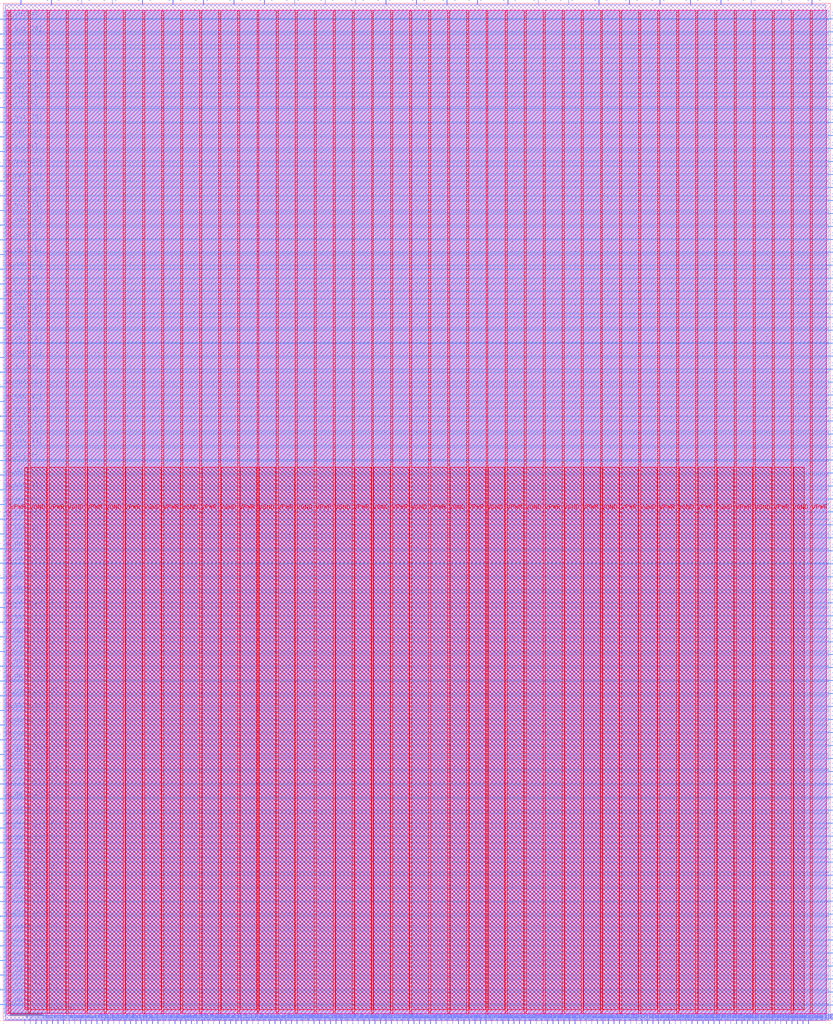
<source format=lef>
VERSION 5.7 ;
  NOWIREEXTENSIONATPIN ON ;
  DIVIDERCHAR "/" ;
  BUSBITCHARS "[]" ;
MACRO user_project_wrapper_mini4
  CLASS BLOCK ;
  FOREIGN user_project_wrapper_mini4 ;
  ORIGIN 0.000 0.000 ;
  SIZE 1300.000 BY 1600.000 ;
  PIN VGND
    DIRECTION INOUT ;
    USE GROUND ;
    PORT
      LAYER met4 ;
        RECT 38.970 10.640 42.070 1588.720 ;
    END
    PORT
      LAYER met4 ;
        RECT 98.970 10.640 102.070 1588.720 ;
    END
    PORT
      LAYER met4 ;
        RECT 158.970 10.640 162.070 1588.720 ;
    END
    PORT
      LAYER met4 ;
        RECT 218.970 10.640 222.070 1588.720 ;
    END
    PORT
      LAYER met4 ;
        RECT 278.970 10.640 282.070 1588.720 ;
    END
    PORT
      LAYER met4 ;
        RECT 338.970 10.640 342.070 1588.720 ;
    END
    PORT
      LAYER met4 ;
        RECT 398.970 10.640 402.070 1588.720 ;
    END
    PORT
      LAYER met4 ;
        RECT 458.970 10.640 462.070 1588.720 ;
    END
    PORT
      LAYER met4 ;
        RECT 518.970 10.640 522.070 1588.720 ;
    END
    PORT
      LAYER met4 ;
        RECT 578.970 10.640 582.070 1588.720 ;
    END
    PORT
      LAYER met4 ;
        RECT 638.970 10.640 642.070 1588.720 ;
    END
    PORT
      LAYER met4 ;
        RECT 698.970 10.640 702.070 1588.720 ;
    END
    PORT
      LAYER met4 ;
        RECT 758.970 10.640 762.070 1588.720 ;
    END
    PORT
      LAYER met4 ;
        RECT 818.970 10.640 822.070 1588.720 ;
    END
    PORT
      LAYER met4 ;
        RECT 878.970 10.640 882.070 1588.720 ;
    END
    PORT
      LAYER met4 ;
        RECT 938.970 10.640 942.070 1588.720 ;
    END
    PORT
      LAYER met4 ;
        RECT 998.970 10.640 1002.070 1588.720 ;
    END
    PORT
      LAYER met4 ;
        RECT 1058.970 10.640 1062.070 1588.720 ;
    END
    PORT
      LAYER met4 ;
        RECT 1118.970 10.640 1122.070 1588.720 ;
    END
    PORT
      LAYER met4 ;
        RECT 1178.970 10.640 1182.070 1588.720 ;
    END
    PORT
      LAYER met4 ;
        RECT 1238.970 10.640 1242.070 1588.720 ;
    END
  END VGND
  PIN VPWR
    DIRECTION INOUT ;
    USE POWER ;
    PORT
      LAYER met4 ;
        RECT 8.970 10.640 12.070 1588.720 ;
    END
    PORT
      LAYER met4 ;
        RECT 68.970 10.640 72.070 1588.720 ;
    END
    PORT
      LAYER met4 ;
        RECT 128.970 10.640 132.070 1588.720 ;
    END
    PORT
      LAYER met4 ;
        RECT 188.970 10.640 192.070 1588.720 ;
    END
    PORT
      LAYER met4 ;
        RECT 248.970 10.640 252.070 1588.720 ;
    END
    PORT
      LAYER met4 ;
        RECT 308.970 10.640 312.070 1588.720 ;
    END
    PORT
      LAYER met4 ;
        RECT 368.970 10.640 372.070 1588.720 ;
    END
    PORT
      LAYER met4 ;
        RECT 428.970 10.640 432.070 1588.720 ;
    END
    PORT
      LAYER met4 ;
        RECT 488.970 10.640 492.070 1588.720 ;
    END
    PORT
      LAYER met4 ;
        RECT 548.970 10.640 552.070 1588.720 ;
    END
    PORT
      LAYER met4 ;
        RECT 608.970 10.640 612.070 1588.720 ;
    END
    PORT
      LAYER met4 ;
        RECT 668.970 10.640 672.070 1588.720 ;
    END
    PORT
      LAYER met4 ;
        RECT 728.970 10.640 732.070 1588.720 ;
    END
    PORT
      LAYER met4 ;
        RECT 788.970 10.640 792.070 1588.720 ;
    END
    PORT
      LAYER met4 ;
        RECT 848.970 10.640 852.070 1588.720 ;
    END
    PORT
      LAYER met4 ;
        RECT 908.970 10.640 912.070 1588.720 ;
    END
    PORT
      LAYER met4 ;
        RECT 968.970 10.640 972.070 1588.720 ;
    END
    PORT
      LAYER met4 ;
        RECT 1028.970 10.640 1032.070 1588.720 ;
    END
    PORT
      LAYER met4 ;
        RECT 1088.970 10.640 1092.070 1588.720 ;
    END
    PORT
      LAYER met4 ;
        RECT 1148.970 10.640 1152.070 1588.720 ;
    END
    PORT
      LAYER met4 ;
        RECT 1208.970 10.640 1212.070 1588.720 ;
    END
    PORT
      LAYER met4 ;
        RECT 1268.970 10.640 1272.070 1588.720 ;
    END
  END VPWR
  PIN io_in[0]
    DIRECTION INPUT ;
    USE SIGNAL ;
    PORT
      LAYER met3 ;
        RECT 1297.600 677.020 1304.800 678.220 ;
    END
  END io_in[0]
  PIN io_in[10]
    DIRECTION INPUT ;
    USE SIGNAL ;
    PORT
      LAYER met3 ;
        RECT 1297.600 1289.020 1304.800 1290.220 ;
    END
  END io_in[10]
  PIN io_in[11]
    DIRECTION INPUT ;
    USE SIGNAL ;
    PORT
      LAYER met3 ;
        RECT 1297.600 1350.220 1304.800 1351.420 ;
    END
  END io_in[11]
  PIN io_in[12]
    DIRECTION INPUT ;
    USE SIGNAL ;
    PORT
      LAYER met3 ;
        RECT 1297.600 1411.420 1304.800 1412.620 ;
    END
  END io_in[12]
  PIN io_in[13]
    DIRECTION INPUT ;
    USE SIGNAL ;
    PORT
      LAYER met3 ;
        RECT 1297.600 1472.620 1304.800 1473.820 ;
    END
  END io_in[13]
  PIN io_in[14]
    DIRECTION INPUT ;
    USE SIGNAL ;
    PORT
      LAYER met3 ;
        RECT 1297.600 1533.820 1304.800 1535.020 ;
    END
  END io_in[14]
  PIN io_in[15]
    DIRECTION INPUT ;
    USE SIGNAL ;
    PORT
      LAYER met2 ;
        RECT 1271.390 1597.600 1271.950 1604.800 ;
    END
  END io_in[15]
  PIN io_in[16]
    DIRECTION INPUT ;
    USE SIGNAL ;
    PORT
      LAYER met2 ;
        RECT 1127.870 1597.600 1128.430 1604.800 ;
    END
  END io_in[16]
  PIN io_in[17]
    DIRECTION INPUT ;
    USE SIGNAL ;
    PORT
      LAYER met2 ;
        RECT 984.350 1597.600 984.910 1604.800 ;
    END
  END io_in[17]
  PIN io_in[18]
    DIRECTION INPUT ;
    USE SIGNAL ;
    PORT
      LAYER met2 ;
        RECT 840.830 1597.600 841.390 1604.800 ;
    END
  END io_in[18]
  PIN io_in[19]
    DIRECTION INPUT ;
    USE SIGNAL ;
    PORT
      LAYER met2 ;
        RECT 697.310 1597.600 697.870 1604.800 ;
    END
  END io_in[19]
  PIN io_in[1]
    DIRECTION INPUT ;
    USE SIGNAL ;
    PORT
      LAYER met3 ;
        RECT 1297.600 738.220 1304.800 739.420 ;
    END
  END io_in[1]
  PIN io_in[20]
    DIRECTION INPUT ;
    USE SIGNAL ;
    PORT
      LAYER met2 ;
        RECT 553.790 1597.600 554.350 1604.800 ;
    END
  END io_in[20]
  PIN io_in[21]
    DIRECTION INPUT ;
    USE SIGNAL ;
    PORT
      LAYER met2 ;
        RECT 410.270 1597.600 410.830 1604.800 ;
    END
  END io_in[21]
  PIN io_in[22]
    DIRECTION INPUT ;
    USE SIGNAL ;
    PORT
      LAYER met2 ;
        RECT 266.750 1597.600 267.310 1604.800 ;
    END
  END io_in[22]
  PIN io_in[23]
    DIRECTION INPUT ;
    USE SIGNAL ;
    PORT
      LAYER met2 ;
        RECT 123.230 1597.600 123.790 1604.800 ;
    END
  END io_in[23]
  PIN io_in[24]
    DIRECTION INPUT ;
    USE SIGNAL ;
    PORT
      LAYER met3 ;
        RECT -4.800 1573.940 2.400 1575.140 ;
    END
  END io_in[24]
  PIN io_in[25]
    DIRECTION INPUT ;
    USE SIGNAL ;
    PORT
      LAYER met3 ;
        RECT -4.800 1504.580 2.400 1505.780 ;
    END
  END io_in[25]
  PIN io_in[26]
    DIRECTION INPUT ;
    USE SIGNAL ;
    PORT
      LAYER met3 ;
        RECT -4.800 1435.220 2.400 1436.420 ;
    END
  END io_in[26]
  PIN io_in[27]
    DIRECTION INPUT ;
    USE SIGNAL ;
    PORT
      LAYER met3 ;
        RECT -4.800 1365.860 2.400 1367.060 ;
    END
  END io_in[27]
  PIN io_in[28]
    DIRECTION INPUT ;
    USE SIGNAL ;
    PORT
      LAYER met3 ;
        RECT -4.800 1296.500 2.400 1297.700 ;
    END
  END io_in[28]
  PIN io_in[29]
    DIRECTION INPUT ;
    USE SIGNAL ;
    PORT
      LAYER met3 ;
        RECT -4.800 1227.140 2.400 1228.340 ;
    END
  END io_in[29]
  PIN io_in[2]
    DIRECTION INPUT ;
    USE SIGNAL ;
    PORT
      LAYER met3 ;
        RECT 1297.600 799.420 1304.800 800.620 ;
    END
  END io_in[2]
  PIN io_in[30]
    DIRECTION INPUT ;
    USE SIGNAL ;
    PORT
      LAYER met3 ;
        RECT -4.800 1157.780 2.400 1158.980 ;
    END
  END io_in[30]
  PIN io_in[31]
    DIRECTION INPUT ;
    USE SIGNAL ;
    PORT
      LAYER met3 ;
        RECT -4.800 1088.420 2.400 1089.620 ;
    END
  END io_in[31]
  PIN io_in[32]
    DIRECTION INPUT ;
    USE SIGNAL ;
    PORT
      LAYER met3 ;
        RECT -4.800 1019.060 2.400 1020.260 ;
    END
  END io_in[32]
  PIN io_in[33]
    DIRECTION INPUT ;
    USE SIGNAL ;
    PORT
      LAYER met3 ;
        RECT -4.800 949.700 2.400 950.900 ;
    END
  END io_in[33]
  PIN io_in[34]
    DIRECTION INPUT ;
    USE SIGNAL ;
    PORT
      LAYER met3 ;
        RECT -4.800 880.340 2.400 881.540 ;
    END
  END io_in[34]
  PIN io_in[35]
    DIRECTION INPUT ;
    USE SIGNAL ;
    PORT
      LAYER met3 ;
        RECT -4.800 810.980 2.400 812.180 ;
    END
  END io_in[35]
  PIN io_in[3]
    DIRECTION INPUT ;
    USE SIGNAL ;
    PORT
      LAYER met3 ;
        RECT 1297.600 860.620 1304.800 861.820 ;
    END
  END io_in[3]
  PIN io_in[4]
    DIRECTION INPUT ;
    USE SIGNAL ;
    PORT
      LAYER met3 ;
        RECT 1297.600 921.820 1304.800 923.020 ;
    END
  END io_in[4]
  PIN io_in[5]
    DIRECTION INPUT ;
    USE SIGNAL ;
    PORT
      LAYER met3 ;
        RECT 1297.600 983.020 1304.800 984.220 ;
    END
  END io_in[5]
  PIN io_in[6]
    DIRECTION INPUT ;
    USE SIGNAL ;
    PORT
      LAYER met3 ;
        RECT 1297.600 1044.220 1304.800 1045.420 ;
    END
  END io_in[6]
  PIN io_in[7]
    DIRECTION INPUT ;
    USE SIGNAL ;
    PORT
      LAYER met3 ;
        RECT 1297.600 1105.420 1304.800 1106.620 ;
    END
  END io_in[7]
  PIN io_in[8]
    DIRECTION INPUT ;
    USE SIGNAL ;
    PORT
      LAYER met3 ;
        RECT 1297.600 1166.620 1304.800 1167.820 ;
    END
  END io_in[8]
  PIN io_in[9]
    DIRECTION INPUT ;
    USE SIGNAL ;
    PORT
      LAYER met3 ;
        RECT 1297.600 1227.820 1304.800 1229.020 ;
    END
  END io_in[9]
  PIN io_oeb[0]
    DIRECTION OUTPUT ;
    USE SIGNAL ;
    PORT
      LAYER met3 ;
        RECT 1297.600 717.820 1304.800 719.020 ;
    END
  END io_oeb[0]
  PIN io_oeb[10]
    DIRECTION OUTPUT ;
    USE SIGNAL ;
    PORT
      LAYER met3 ;
        RECT 1297.600 1329.820 1304.800 1331.020 ;
    END
  END io_oeb[10]
  PIN io_oeb[11]
    DIRECTION OUTPUT ;
    USE SIGNAL ;
    PORT
      LAYER met3 ;
        RECT 1297.600 1391.020 1304.800 1392.220 ;
    END
  END io_oeb[11]
  PIN io_oeb[12]
    DIRECTION OUTPUT ;
    USE SIGNAL ;
    PORT
      LAYER met3 ;
        RECT 1297.600 1452.220 1304.800 1453.420 ;
    END
  END io_oeb[12]
  PIN io_oeb[13]
    DIRECTION OUTPUT ;
    USE SIGNAL ;
    PORT
      LAYER met3 ;
        RECT 1297.600 1513.420 1304.800 1514.620 ;
    END
  END io_oeb[13]
  PIN io_oeb[14]
    DIRECTION OUTPUT ;
    USE SIGNAL ;
    PORT
      LAYER met3 ;
        RECT 1297.600 1574.620 1304.800 1575.820 ;
    END
  END io_oeb[14]
  PIN io_oeb[15]
    DIRECTION OUTPUT ;
    USE SIGNAL ;
    PORT
      LAYER met2 ;
        RECT 1175.710 1597.600 1176.270 1604.800 ;
    END
  END io_oeb[15]
  PIN io_oeb[16]
    DIRECTION OUTPUT ;
    USE SIGNAL ;
    PORT
      LAYER met2 ;
        RECT 1032.190 1597.600 1032.750 1604.800 ;
    END
  END io_oeb[16]
  PIN io_oeb[17]
    DIRECTION OUTPUT ;
    USE SIGNAL ;
    PORT
      LAYER met2 ;
        RECT 888.670 1597.600 889.230 1604.800 ;
    END
  END io_oeb[17]
  PIN io_oeb[18]
    DIRECTION OUTPUT ;
    USE SIGNAL ;
    PORT
      LAYER met2 ;
        RECT 745.150 1597.600 745.710 1604.800 ;
    END
  END io_oeb[18]
  PIN io_oeb[19]
    DIRECTION OUTPUT ;
    USE SIGNAL ;
    PORT
      LAYER met2 ;
        RECT 601.630 1597.600 602.190 1604.800 ;
    END
  END io_oeb[19]
  PIN io_oeb[1]
    DIRECTION OUTPUT ;
    USE SIGNAL ;
    PORT
      LAYER met3 ;
        RECT 1297.600 779.020 1304.800 780.220 ;
    END
  END io_oeb[1]
  PIN io_oeb[20]
    DIRECTION OUTPUT ;
    USE SIGNAL ;
    PORT
      LAYER met2 ;
        RECT 458.110 1597.600 458.670 1604.800 ;
    END
  END io_oeb[20]
  PIN io_oeb[21]
    DIRECTION OUTPUT ;
    USE SIGNAL ;
    PORT
      LAYER met2 ;
        RECT 314.590 1597.600 315.150 1604.800 ;
    END
  END io_oeb[21]
  PIN io_oeb[22]
    DIRECTION OUTPUT ;
    USE SIGNAL ;
    PORT
      LAYER met2 ;
        RECT 171.070 1597.600 171.630 1604.800 ;
    END
  END io_oeb[22]
  PIN io_oeb[23]
    DIRECTION OUTPUT ;
    USE SIGNAL ;
    PORT
      LAYER met2 ;
        RECT 27.550 1597.600 28.110 1604.800 ;
    END
  END io_oeb[23]
  PIN io_oeb[24]
    DIRECTION OUTPUT ;
    USE SIGNAL ;
    PORT
      LAYER met3 ;
        RECT -4.800 1527.700 2.400 1528.900 ;
    END
  END io_oeb[24]
  PIN io_oeb[25]
    DIRECTION OUTPUT ;
    USE SIGNAL ;
    PORT
      LAYER met3 ;
        RECT -4.800 1458.340 2.400 1459.540 ;
    END
  END io_oeb[25]
  PIN io_oeb[26]
    DIRECTION OUTPUT ;
    USE SIGNAL ;
    PORT
      LAYER met3 ;
        RECT -4.800 1388.980 2.400 1390.180 ;
    END
  END io_oeb[26]
  PIN io_oeb[27]
    DIRECTION OUTPUT ;
    USE SIGNAL ;
    PORT
      LAYER met3 ;
        RECT -4.800 1319.620 2.400 1320.820 ;
    END
  END io_oeb[27]
  PIN io_oeb[28]
    DIRECTION OUTPUT ;
    USE SIGNAL ;
    PORT
      LAYER met3 ;
        RECT -4.800 1250.260 2.400 1251.460 ;
    END
  END io_oeb[28]
  PIN io_oeb[29]
    DIRECTION OUTPUT ;
    USE SIGNAL ;
    PORT
      LAYER met3 ;
        RECT -4.800 1180.900 2.400 1182.100 ;
    END
  END io_oeb[29]
  PIN io_oeb[2]
    DIRECTION OUTPUT ;
    USE SIGNAL ;
    PORT
      LAYER met3 ;
        RECT 1297.600 840.220 1304.800 841.420 ;
    END
  END io_oeb[2]
  PIN io_oeb[30]
    DIRECTION OUTPUT ;
    USE SIGNAL ;
    PORT
      LAYER met3 ;
        RECT -4.800 1111.540 2.400 1112.740 ;
    END
  END io_oeb[30]
  PIN io_oeb[31]
    DIRECTION OUTPUT ;
    USE SIGNAL ;
    PORT
      LAYER met3 ;
        RECT -4.800 1042.180 2.400 1043.380 ;
    END
  END io_oeb[31]
  PIN io_oeb[32]
    DIRECTION OUTPUT ;
    USE SIGNAL ;
    PORT
      LAYER met3 ;
        RECT -4.800 972.820 2.400 974.020 ;
    END
  END io_oeb[32]
  PIN io_oeb[33]
    DIRECTION OUTPUT ;
    USE SIGNAL ;
    PORT
      LAYER met3 ;
        RECT -4.800 903.460 2.400 904.660 ;
    END
  END io_oeb[33]
  PIN io_oeb[34]
    DIRECTION OUTPUT ;
    USE SIGNAL ;
    PORT
      LAYER met3 ;
        RECT -4.800 834.100 2.400 835.300 ;
    END
  END io_oeb[34]
  PIN io_oeb[35]
    DIRECTION OUTPUT ;
    USE SIGNAL ;
    PORT
      LAYER met3 ;
        RECT -4.800 764.740 2.400 765.940 ;
    END
  END io_oeb[35]
  PIN io_oeb[3]
    DIRECTION OUTPUT ;
    USE SIGNAL ;
    PORT
      LAYER met3 ;
        RECT 1297.600 901.420 1304.800 902.620 ;
    END
  END io_oeb[3]
  PIN io_oeb[4]
    DIRECTION OUTPUT ;
    USE SIGNAL ;
    PORT
      LAYER met3 ;
        RECT 1297.600 962.620 1304.800 963.820 ;
    END
  END io_oeb[4]
  PIN io_oeb[5]
    DIRECTION OUTPUT ;
    USE SIGNAL ;
    PORT
      LAYER met3 ;
        RECT 1297.600 1023.820 1304.800 1025.020 ;
    END
  END io_oeb[5]
  PIN io_oeb[6]
    DIRECTION OUTPUT ;
    USE SIGNAL ;
    PORT
      LAYER met3 ;
        RECT 1297.600 1085.020 1304.800 1086.220 ;
    END
  END io_oeb[6]
  PIN io_oeb[7]
    DIRECTION OUTPUT ;
    USE SIGNAL ;
    PORT
      LAYER met3 ;
        RECT 1297.600 1146.220 1304.800 1147.420 ;
    END
  END io_oeb[7]
  PIN io_oeb[8]
    DIRECTION OUTPUT ;
    USE SIGNAL ;
    PORT
      LAYER met3 ;
        RECT 1297.600 1207.420 1304.800 1208.620 ;
    END
  END io_oeb[8]
  PIN io_oeb[9]
    DIRECTION OUTPUT ;
    USE SIGNAL ;
    PORT
      LAYER met3 ;
        RECT 1297.600 1268.620 1304.800 1269.820 ;
    END
  END io_oeb[9]
  PIN io_out[0]
    DIRECTION OUTPUT ;
    USE SIGNAL ;
    ANTENNADIFFAREA 2.673000 ;
    PORT
      LAYER met3 ;
        RECT 1297.600 697.420 1304.800 698.620 ;
    END
  END io_out[0]
  PIN io_out[10]
    DIRECTION OUTPUT ;
    USE SIGNAL ;
    PORT
      LAYER met3 ;
        RECT 1297.600 1309.420 1304.800 1310.620 ;
    END
  END io_out[10]
  PIN io_out[11]
    DIRECTION OUTPUT ;
    USE SIGNAL ;
    PORT
      LAYER met3 ;
        RECT 1297.600 1370.620 1304.800 1371.820 ;
    END
  END io_out[11]
  PIN io_out[12]
    DIRECTION OUTPUT ;
    USE SIGNAL ;
    PORT
      LAYER met3 ;
        RECT 1297.600 1431.820 1304.800 1433.020 ;
    END
  END io_out[12]
  PIN io_out[13]
    DIRECTION OUTPUT ;
    USE SIGNAL ;
    PORT
      LAYER met3 ;
        RECT 1297.600 1493.020 1304.800 1494.220 ;
    END
  END io_out[13]
  PIN io_out[14]
    DIRECTION OUTPUT ;
    USE SIGNAL ;
    PORT
      LAYER met3 ;
        RECT 1297.600 1554.220 1304.800 1555.420 ;
    END
  END io_out[14]
  PIN io_out[15]
    DIRECTION OUTPUT ;
    USE SIGNAL ;
    PORT
      LAYER met2 ;
        RECT 1223.550 1597.600 1224.110 1604.800 ;
    END
  END io_out[15]
  PIN io_out[16]
    DIRECTION OUTPUT ;
    USE SIGNAL ;
    PORT
      LAYER met2 ;
        RECT 1080.030 1597.600 1080.590 1604.800 ;
    END
  END io_out[16]
  PIN io_out[17]
    DIRECTION OUTPUT ;
    USE SIGNAL ;
    PORT
      LAYER met2 ;
        RECT 936.510 1597.600 937.070 1604.800 ;
    END
  END io_out[17]
  PIN io_out[18]
    DIRECTION OUTPUT ;
    USE SIGNAL ;
    PORT
      LAYER met2 ;
        RECT 792.990 1597.600 793.550 1604.800 ;
    END
  END io_out[18]
  PIN io_out[19]
    DIRECTION OUTPUT ;
    USE SIGNAL ;
    PORT
      LAYER met2 ;
        RECT 649.470 1597.600 650.030 1604.800 ;
    END
  END io_out[19]
  PIN io_out[1]
    DIRECTION OUTPUT ;
    USE SIGNAL ;
    ANTENNADIFFAREA 2.673000 ;
    PORT
      LAYER met3 ;
        RECT 1297.600 758.620 1304.800 759.820 ;
    END
  END io_out[1]
  PIN io_out[20]
    DIRECTION OUTPUT ;
    USE SIGNAL ;
    PORT
      LAYER met2 ;
        RECT 505.950 1597.600 506.510 1604.800 ;
    END
  END io_out[20]
  PIN io_out[21]
    DIRECTION OUTPUT ;
    USE SIGNAL ;
    PORT
      LAYER met2 ;
        RECT 362.430 1597.600 362.990 1604.800 ;
    END
  END io_out[21]
  PIN io_out[22]
    DIRECTION OUTPUT ;
    USE SIGNAL ;
    PORT
      LAYER met2 ;
        RECT 218.910 1597.600 219.470 1604.800 ;
    END
  END io_out[22]
  PIN io_out[23]
    DIRECTION OUTPUT ;
    USE SIGNAL ;
    PORT
      LAYER met2 ;
        RECT 75.390 1597.600 75.950 1604.800 ;
    END
  END io_out[23]
  PIN io_out[24]
    DIRECTION OUTPUT ;
    USE SIGNAL ;
    PORT
      LAYER met3 ;
        RECT -4.800 1550.820 2.400 1552.020 ;
    END
  END io_out[24]
  PIN io_out[25]
    DIRECTION OUTPUT ;
    USE SIGNAL ;
    PORT
      LAYER met3 ;
        RECT -4.800 1481.460 2.400 1482.660 ;
    END
  END io_out[25]
  PIN io_out[26]
    DIRECTION OUTPUT ;
    USE SIGNAL ;
    PORT
      LAYER met3 ;
        RECT -4.800 1412.100 2.400 1413.300 ;
    END
  END io_out[26]
  PIN io_out[27]
    DIRECTION OUTPUT ;
    USE SIGNAL ;
    PORT
      LAYER met3 ;
        RECT -4.800 1342.740 2.400 1343.940 ;
    END
  END io_out[27]
  PIN io_out[28]
    DIRECTION OUTPUT ;
    USE SIGNAL ;
    PORT
      LAYER met3 ;
        RECT -4.800 1273.380 2.400 1274.580 ;
    END
  END io_out[28]
  PIN io_out[29]
    DIRECTION OUTPUT ;
    USE SIGNAL ;
    PORT
      LAYER met3 ;
        RECT -4.800 1204.020 2.400 1205.220 ;
    END
  END io_out[29]
  PIN io_out[2]
    DIRECTION OUTPUT ;
    USE SIGNAL ;
    ANTENNADIFFAREA 2.673000 ;
    PORT
      LAYER met3 ;
        RECT 1297.600 819.820 1304.800 821.020 ;
    END
  END io_out[2]
  PIN io_out[30]
    DIRECTION OUTPUT ;
    USE SIGNAL ;
    PORT
      LAYER met3 ;
        RECT -4.800 1134.660 2.400 1135.860 ;
    END
  END io_out[30]
  PIN io_out[31]
    DIRECTION OUTPUT ;
    USE SIGNAL ;
    PORT
      LAYER met3 ;
        RECT -4.800 1065.300 2.400 1066.500 ;
    END
  END io_out[31]
  PIN io_out[32]
    DIRECTION OUTPUT ;
    USE SIGNAL ;
    PORT
      LAYER met3 ;
        RECT -4.800 995.940 2.400 997.140 ;
    END
  END io_out[32]
  PIN io_out[33]
    DIRECTION OUTPUT ;
    USE SIGNAL ;
    PORT
      LAYER met3 ;
        RECT -4.800 926.580 2.400 927.780 ;
    END
  END io_out[33]
  PIN io_out[34]
    DIRECTION OUTPUT ;
    USE SIGNAL ;
    PORT
      LAYER met3 ;
        RECT -4.800 857.220 2.400 858.420 ;
    END
  END io_out[34]
  PIN io_out[35]
    DIRECTION OUTPUT ;
    USE SIGNAL ;
    PORT
      LAYER met3 ;
        RECT -4.800 787.860 2.400 789.060 ;
    END
  END io_out[35]
  PIN io_out[3]
    DIRECTION OUTPUT ;
    USE SIGNAL ;
    ANTENNADIFFAREA 2.673000 ;
    PORT
      LAYER met3 ;
        RECT 1297.600 881.020 1304.800 882.220 ;
    END
  END io_out[3]
  PIN io_out[4]
    DIRECTION OUTPUT ;
    USE SIGNAL ;
    ANTENNADIFFAREA 2.673000 ;
    PORT
      LAYER met3 ;
        RECT 1297.600 942.220 1304.800 943.420 ;
    END
  END io_out[4]
  PIN io_out[5]
    DIRECTION OUTPUT ;
    USE SIGNAL ;
    ANTENNADIFFAREA 2.673000 ;
    PORT
      LAYER met3 ;
        RECT 1297.600 1003.420 1304.800 1004.620 ;
    END
  END io_out[5]
  PIN io_out[6]
    DIRECTION OUTPUT ;
    USE SIGNAL ;
    ANTENNADIFFAREA 2.673000 ;
    PORT
      LAYER met3 ;
        RECT 1297.600 1064.620 1304.800 1065.820 ;
    END
  END io_out[6]
  PIN io_out[7]
    DIRECTION OUTPUT ;
    USE SIGNAL ;
    ANTENNADIFFAREA 2.673000 ;
    PORT
      LAYER met3 ;
        RECT 1297.600 1125.820 1304.800 1127.020 ;
    END
  END io_out[7]
  PIN io_out[8]
    DIRECTION OUTPUT ;
    USE SIGNAL ;
    PORT
      LAYER met3 ;
        RECT 1297.600 1187.020 1304.800 1188.220 ;
    END
  END io_out[8]
  PIN io_out[9]
    DIRECTION OUTPUT ;
    USE SIGNAL ;
    PORT
      LAYER met3 ;
        RECT 1297.600 1248.220 1304.800 1249.420 ;
    END
  END io_out[9]
  PIN la_data_in[0]
    DIRECTION INPUT ;
    USE SIGNAL ;
    PORT
      LAYER met3 ;
        RECT -4.800 741.620 2.400 742.820 ;
    END
  END la_data_in[0]
  PIN la_data_in[10]
    DIRECTION INPUT ;
    USE SIGNAL ;
    PORT
      LAYER met3 ;
        RECT -4.800 510.420 2.400 511.620 ;
    END
  END la_data_in[10]
  PIN la_data_in[11]
    DIRECTION INPUT ;
    USE SIGNAL ;
    PORT
      LAYER met3 ;
        RECT -4.800 487.300 2.400 488.500 ;
    END
  END la_data_in[11]
  PIN la_data_in[12]
    DIRECTION INPUT ;
    USE SIGNAL ;
    PORT
      LAYER met3 ;
        RECT -4.800 464.180 2.400 465.380 ;
    END
  END la_data_in[12]
  PIN la_data_in[13]
    DIRECTION INPUT ;
    USE SIGNAL ;
    PORT
      LAYER met3 ;
        RECT -4.800 441.060 2.400 442.260 ;
    END
  END la_data_in[13]
  PIN la_data_in[14]
    DIRECTION INPUT ;
    USE SIGNAL ;
    PORT
      LAYER met3 ;
        RECT -4.800 417.940 2.400 419.140 ;
    END
  END la_data_in[14]
  PIN la_data_in[15]
    DIRECTION INPUT ;
    USE SIGNAL ;
    PORT
      LAYER met3 ;
        RECT -4.800 394.820 2.400 396.020 ;
    END
  END la_data_in[15]
  PIN la_data_in[16]
    DIRECTION INPUT ;
    USE SIGNAL ;
    PORT
      LAYER met3 ;
        RECT -4.800 371.700 2.400 372.900 ;
    END
  END la_data_in[16]
  PIN la_data_in[17]
    DIRECTION INPUT ;
    USE SIGNAL ;
    PORT
      LAYER met3 ;
        RECT -4.800 348.580 2.400 349.780 ;
    END
  END la_data_in[17]
  PIN la_data_in[18]
    DIRECTION INPUT ;
    USE SIGNAL ;
    PORT
      LAYER met3 ;
        RECT -4.800 325.460 2.400 326.660 ;
    END
  END la_data_in[18]
  PIN la_data_in[19]
    DIRECTION INPUT ;
    USE SIGNAL ;
    PORT
      LAYER met3 ;
        RECT -4.800 302.340 2.400 303.540 ;
    END
  END la_data_in[19]
  PIN la_data_in[1]
    DIRECTION INPUT ;
    USE SIGNAL ;
    PORT
      LAYER met3 ;
        RECT -4.800 718.500 2.400 719.700 ;
    END
  END la_data_in[1]
  PIN la_data_in[20]
    DIRECTION INPUT ;
    USE SIGNAL ;
    PORT
      LAYER met3 ;
        RECT -4.800 279.220 2.400 280.420 ;
    END
  END la_data_in[20]
  PIN la_data_in[21]
    DIRECTION INPUT ;
    USE SIGNAL ;
    PORT
      LAYER met3 ;
        RECT -4.800 256.100 2.400 257.300 ;
    END
  END la_data_in[21]
  PIN la_data_in[22]
    DIRECTION INPUT ;
    USE SIGNAL ;
    PORT
      LAYER met3 ;
        RECT -4.800 232.980 2.400 234.180 ;
    END
  END la_data_in[22]
  PIN la_data_in[23]
    DIRECTION INPUT ;
    USE SIGNAL ;
    PORT
      LAYER met3 ;
        RECT -4.800 209.860 2.400 211.060 ;
    END
  END la_data_in[23]
  PIN la_data_in[24]
    DIRECTION INPUT ;
    USE SIGNAL ;
    PORT
      LAYER met3 ;
        RECT -4.800 186.740 2.400 187.940 ;
    END
  END la_data_in[24]
  PIN la_data_in[25]
    DIRECTION INPUT ;
    USE SIGNAL ;
    PORT
      LAYER met3 ;
        RECT -4.800 163.620 2.400 164.820 ;
    END
  END la_data_in[25]
  PIN la_data_in[26]
    DIRECTION INPUT ;
    USE SIGNAL ;
    PORT
      LAYER met3 ;
        RECT -4.800 140.500 2.400 141.700 ;
    END
  END la_data_in[26]
  PIN la_data_in[27]
    DIRECTION INPUT ;
    USE SIGNAL ;
    PORT
      LAYER met3 ;
        RECT -4.800 117.380 2.400 118.580 ;
    END
  END la_data_in[27]
  PIN la_data_in[28]
    DIRECTION INPUT ;
    USE SIGNAL ;
    PORT
      LAYER met3 ;
        RECT -4.800 94.260 2.400 95.460 ;
    END
  END la_data_in[28]
  PIN la_data_in[29]
    DIRECTION INPUT ;
    USE SIGNAL ;
    PORT
      LAYER met3 ;
        RECT -4.800 71.140 2.400 72.340 ;
    END
  END la_data_in[29]
  PIN la_data_in[2]
    DIRECTION INPUT ;
    USE SIGNAL ;
    PORT
      LAYER met3 ;
        RECT -4.800 695.380 2.400 696.580 ;
    END
  END la_data_in[2]
  PIN la_data_in[30]
    DIRECTION INPUT ;
    USE SIGNAL ;
    PORT
      LAYER met3 ;
        RECT -4.800 48.020 2.400 49.220 ;
    END
  END la_data_in[30]
  PIN la_data_in[31]
    DIRECTION INPUT ;
    USE SIGNAL ;
    PORT
      LAYER met3 ;
        RECT -4.800 24.900 2.400 26.100 ;
    END
  END la_data_in[31]
  PIN la_data_in[3]
    DIRECTION INPUT ;
    USE SIGNAL ;
    PORT
      LAYER met3 ;
        RECT -4.800 672.260 2.400 673.460 ;
    END
  END la_data_in[3]
  PIN la_data_in[4]
    DIRECTION INPUT ;
    USE SIGNAL ;
    PORT
      LAYER met3 ;
        RECT -4.800 649.140 2.400 650.340 ;
    END
  END la_data_in[4]
  PIN la_data_in[5]
    DIRECTION INPUT ;
    USE SIGNAL ;
    PORT
      LAYER met3 ;
        RECT -4.800 626.020 2.400 627.220 ;
    END
  END la_data_in[5]
  PIN la_data_in[6]
    DIRECTION INPUT ;
    USE SIGNAL ;
    PORT
      LAYER met3 ;
        RECT -4.800 602.900 2.400 604.100 ;
    END
  END la_data_in[6]
  PIN la_data_in[7]
    DIRECTION INPUT ;
    USE SIGNAL ;
    PORT
      LAYER met3 ;
        RECT -4.800 579.780 2.400 580.980 ;
    END
  END la_data_in[7]
  PIN la_data_in[8]
    DIRECTION INPUT ;
    USE SIGNAL ;
    PORT
      LAYER met3 ;
        RECT -4.800 556.660 2.400 557.860 ;
    END
  END la_data_in[8]
  PIN la_data_in[9]
    DIRECTION INPUT ;
    USE SIGNAL ;
    PORT
      LAYER met3 ;
        RECT -4.800 533.540 2.400 534.740 ;
    END
  END la_data_in[9]
  PIN la_data_out[0]
    DIRECTION OUTPUT ;
    USE SIGNAL ;
    PORT
      LAYER met2 ;
        RECT 959.970 -4.800 960.530 2.400 ;
    END
  END la_data_out[0]
  PIN la_data_out[10]
    DIRECTION OUTPUT ;
    USE SIGNAL ;
    PORT
      LAYER met2 ;
        RECT 1047.370 -4.800 1047.930 2.400 ;
    END
  END la_data_out[10]
  PIN la_data_out[11]
    DIRECTION OUTPUT ;
    USE SIGNAL ;
    PORT
      LAYER met2 ;
        RECT 1056.110 -4.800 1056.670 2.400 ;
    END
  END la_data_out[11]
  PIN la_data_out[12]
    DIRECTION OUTPUT ;
    USE SIGNAL ;
    PORT
      LAYER met2 ;
        RECT 1064.850 -4.800 1065.410 2.400 ;
    END
  END la_data_out[12]
  PIN la_data_out[13]
    DIRECTION OUTPUT ;
    USE SIGNAL ;
    PORT
      LAYER met2 ;
        RECT 1073.590 -4.800 1074.150 2.400 ;
    END
  END la_data_out[13]
  PIN la_data_out[14]
    DIRECTION OUTPUT ;
    USE SIGNAL ;
    PORT
      LAYER met2 ;
        RECT 1082.330 -4.800 1082.890 2.400 ;
    END
  END la_data_out[14]
  PIN la_data_out[15]
    DIRECTION OUTPUT ;
    USE SIGNAL ;
    PORT
      LAYER met2 ;
        RECT 1091.070 -4.800 1091.630 2.400 ;
    END
  END la_data_out[15]
  PIN la_data_out[16]
    DIRECTION OUTPUT ;
    USE SIGNAL ;
    PORT
      LAYER met2 ;
        RECT 1099.810 -4.800 1100.370 2.400 ;
    END
  END la_data_out[16]
  PIN la_data_out[17]
    DIRECTION OUTPUT ;
    USE SIGNAL ;
    PORT
      LAYER met2 ;
        RECT 1108.550 -4.800 1109.110 2.400 ;
    END
  END la_data_out[17]
  PIN la_data_out[18]
    DIRECTION OUTPUT ;
    USE SIGNAL ;
    PORT
      LAYER met2 ;
        RECT 1117.290 -4.800 1117.850 2.400 ;
    END
  END la_data_out[18]
  PIN la_data_out[19]
    DIRECTION OUTPUT ;
    USE SIGNAL ;
    PORT
      LAYER met2 ;
        RECT 1126.030 -4.800 1126.590 2.400 ;
    END
  END la_data_out[19]
  PIN la_data_out[1]
    DIRECTION OUTPUT ;
    USE SIGNAL ;
    PORT
      LAYER met2 ;
        RECT 968.710 -4.800 969.270 2.400 ;
    END
  END la_data_out[1]
  PIN la_data_out[20]
    DIRECTION OUTPUT ;
    USE SIGNAL ;
    PORT
      LAYER met2 ;
        RECT 1134.770 -4.800 1135.330 2.400 ;
    END
  END la_data_out[20]
  PIN la_data_out[21]
    DIRECTION OUTPUT ;
    USE SIGNAL ;
    PORT
      LAYER met2 ;
        RECT 1143.510 -4.800 1144.070 2.400 ;
    END
  END la_data_out[21]
  PIN la_data_out[22]
    DIRECTION OUTPUT ;
    USE SIGNAL ;
    PORT
      LAYER met2 ;
        RECT 1152.250 -4.800 1152.810 2.400 ;
    END
  END la_data_out[22]
  PIN la_data_out[23]
    DIRECTION OUTPUT ;
    USE SIGNAL ;
    PORT
      LAYER met2 ;
        RECT 1160.990 -4.800 1161.550 2.400 ;
    END
  END la_data_out[23]
  PIN la_data_out[24]
    DIRECTION OUTPUT ;
    USE SIGNAL ;
    PORT
      LAYER met2 ;
        RECT 1169.730 -4.800 1170.290 2.400 ;
    END
  END la_data_out[24]
  PIN la_data_out[25]
    DIRECTION OUTPUT ;
    USE SIGNAL ;
    PORT
      LAYER met2 ;
        RECT 1178.470 -4.800 1179.030 2.400 ;
    END
  END la_data_out[25]
  PIN la_data_out[26]
    DIRECTION OUTPUT ;
    USE SIGNAL ;
    PORT
      LAYER met2 ;
        RECT 1187.210 -4.800 1187.770 2.400 ;
    END
  END la_data_out[26]
  PIN la_data_out[27]
    DIRECTION OUTPUT ;
    USE SIGNAL ;
    PORT
      LAYER met2 ;
        RECT 1195.950 -4.800 1196.510 2.400 ;
    END
  END la_data_out[27]
  PIN la_data_out[28]
    DIRECTION OUTPUT ;
    USE SIGNAL ;
    PORT
      LAYER met2 ;
        RECT 1204.690 -4.800 1205.250 2.400 ;
    END
  END la_data_out[28]
  PIN la_data_out[29]
    DIRECTION OUTPUT ;
    USE SIGNAL ;
    PORT
      LAYER met2 ;
        RECT 1213.430 -4.800 1213.990 2.400 ;
    END
  END la_data_out[29]
  PIN la_data_out[2]
    DIRECTION OUTPUT ;
    USE SIGNAL ;
    PORT
      LAYER met2 ;
        RECT 977.450 -4.800 978.010 2.400 ;
    END
  END la_data_out[2]
  PIN la_data_out[30]
    DIRECTION OUTPUT ;
    USE SIGNAL ;
    PORT
      LAYER met2 ;
        RECT 1222.170 -4.800 1222.730 2.400 ;
    END
  END la_data_out[30]
  PIN la_data_out[31]
    DIRECTION OUTPUT ;
    USE SIGNAL ;
    PORT
      LAYER met2 ;
        RECT 1230.910 -4.800 1231.470 2.400 ;
    END
  END la_data_out[31]
  PIN la_data_out[3]
    DIRECTION OUTPUT ;
    USE SIGNAL ;
    PORT
      LAYER met2 ;
        RECT 986.190 -4.800 986.750 2.400 ;
    END
  END la_data_out[3]
  PIN la_data_out[4]
    DIRECTION OUTPUT ;
    USE SIGNAL ;
    PORT
      LAYER met2 ;
        RECT 994.930 -4.800 995.490 2.400 ;
    END
  END la_data_out[4]
  PIN la_data_out[5]
    DIRECTION OUTPUT ;
    USE SIGNAL ;
    PORT
      LAYER met2 ;
        RECT 1003.670 -4.800 1004.230 2.400 ;
    END
  END la_data_out[5]
  PIN la_data_out[6]
    DIRECTION OUTPUT ;
    USE SIGNAL ;
    PORT
      LAYER met2 ;
        RECT 1012.410 -4.800 1012.970 2.400 ;
    END
  END la_data_out[6]
  PIN la_data_out[7]
    DIRECTION OUTPUT ;
    USE SIGNAL ;
    PORT
      LAYER met2 ;
        RECT 1021.150 -4.800 1021.710 2.400 ;
    END
  END la_data_out[7]
  PIN la_data_out[8]
    DIRECTION OUTPUT ;
    USE SIGNAL ;
    PORT
      LAYER met2 ;
        RECT 1029.890 -4.800 1030.450 2.400 ;
    END
  END la_data_out[8]
  PIN la_data_out[9]
    DIRECTION OUTPUT ;
    USE SIGNAL ;
    PORT
      LAYER met2 ;
        RECT 1038.630 -4.800 1039.190 2.400 ;
    END
  END la_data_out[9]
  PIN la_oenb[0]
    DIRECTION INPUT ;
    USE SIGNAL ;
    PORT
      LAYER met3 ;
        RECT 1297.600 24.220 1304.800 25.420 ;
    END
  END la_oenb[0]
  PIN la_oenb[10]
    DIRECTION INPUT ;
    USE SIGNAL ;
    PORT
      LAYER met3 ;
        RECT 1297.600 228.220 1304.800 229.420 ;
    END
  END la_oenb[10]
  PIN la_oenb[11]
    DIRECTION INPUT ;
    USE SIGNAL ;
    PORT
      LAYER met3 ;
        RECT 1297.600 248.620 1304.800 249.820 ;
    END
  END la_oenb[11]
  PIN la_oenb[12]
    DIRECTION INPUT ;
    USE SIGNAL ;
    PORT
      LAYER met3 ;
        RECT 1297.600 269.020 1304.800 270.220 ;
    END
  END la_oenb[12]
  PIN la_oenb[13]
    DIRECTION INPUT ;
    USE SIGNAL ;
    PORT
      LAYER met3 ;
        RECT 1297.600 289.420 1304.800 290.620 ;
    END
  END la_oenb[13]
  PIN la_oenb[14]
    DIRECTION INPUT ;
    USE SIGNAL ;
    PORT
      LAYER met3 ;
        RECT 1297.600 309.820 1304.800 311.020 ;
    END
  END la_oenb[14]
  PIN la_oenb[15]
    DIRECTION INPUT ;
    USE SIGNAL ;
    PORT
      LAYER met3 ;
        RECT 1297.600 330.220 1304.800 331.420 ;
    END
  END la_oenb[15]
  PIN la_oenb[16]
    DIRECTION INPUT ;
    USE SIGNAL ;
    PORT
      LAYER met3 ;
        RECT 1297.600 350.620 1304.800 351.820 ;
    END
  END la_oenb[16]
  PIN la_oenb[17]
    DIRECTION INPUT ;
    USE SIGNAL ;
    PORT
      LAYER met3 ;
        RECT 1297.600 371.020 1304.800 372.220 ;
    END
  END la_oenb[17]
  PIN la_oenb[18]
    DIRECTION INPUT ;
    USE SIGNAL ;
    PORT
      LAYER met3 ;
        RECT 1297.600 391.420 1304.800 392.620 ;
    END
  END la_oenb[18]
  PIN la_oenb[19]
    DIRECTION INPUT ;
    USE SIGNAL ;
    PORT
      LAYER met3 ;
        RECT 1297.600 411.820 1304.800 413.020 ;
    END
  END la_oenb[19]
  PIN la_oenb[1]
    DIRECTION INPUT ;
    USE SIGNAL ;
    PORT
      LAYER met3 ;
        RECT 1297.600 44.620 1304.800 45.820 ;
    END
  END la_oenb[1]
  PIN la_oenb[20]
    DIRECTION INPUT ;
    USE SIGNAL ;
    PORT
      LAYER met3 ;
        RECT 1297.600 432.220 1304.800 433.420 ;
    END
  END la_oenb[20]
  PIN la_oenb[21]
    DIRECTION INPUT ;
    USE SIGNAL ;
    PORT
      LAYER met3 ;
        RECT 1297.600 452.620 1304.800 453.820 ;
    END
  END la_oenb[21]
  PIN la_oenb[22]
    DIRECTION INPUT ;
    USE SIGNAL ;
    PORT
      LAYER met3 ;
        RECT 1297.600 473.020 1304.800 474.220 ;
    END
  END la_oenb[22]
  PIN la_oenb[23]
    DIRECTION INPUT ;
    USE SIGNAL ;
    PORT
      LAYER met3 ;
        RECT 1297.600 493.420 1304.800 494.620 ;
    END
  END la_oenb[23]
  PIN la_oenb[24]
    DIRECTION INPUT ;
    USE SIGNAL ;
    PORT
      LAYER met3 ;
        RECT 1297.600 513.820 1304.800 515.020 ;
    END
  END la_oenb[24]
  PIN la_oenb[25]
    DIRECTION INPUT ;
    USE SIGNAL ;
    PORT
      LAYER met3 ;
        RECT 1297.600 534.220 1304.800 535.420 ;
    END
  END la_oenb[25]
  PIN la_oenb[26]
    DIRECTION INPUT ;
    USE SIGNAL ;
    PORT
      LAYER met3 ;
        RECT 1297.600 554.620 1304.800 555.820 ;
    END
  END la_oenb[26]
  PIN la_oenb[27]
    DIRECTION INPUT ;
    USE SIGNAL ;
    PORT
      LAYER met3 ;
        RECT 1297.600 575.020 1304.800 576.220 ;
    END
  END la_oenb[27]
  PIN la_oenb[28]
    DIRECTION INPUT ;
    USE SIGNAL ;
    PORT
      LAYER met3 ;
        RECT 1297.600 595.420 1304.800 596.620 ;
    END
  END la_oenb[28]
  PIN la_oenb[29]
    DIRECTION INPUT ;
    USE SIGNAL ;
    PORT
      LAYER met3 ;
        RECT 1297.600 615.820 1304.800 617.020 ;
    END
  END la_oenb[29]
  PIN la_oenb[2]
    DIRECTION INPUT ;
    USE SIGNAL ;
    PORT
      LAYER met3 ;
        RECT 1297.600 65.020 1304.800 66.220 ;
    END
  END la_oenb[2]
  PIN la_oenb[30]
    DIRECTION INPUT ;
    USE SIGNAL ;
    PORT
      LAYER met3 ;
        RECT 1297.600 636.220 1304.800 637.420 ;
    END
  END la_oenb[30]
  PIN la_oenb[31]
    DIRECTION INPUT ;
    USE SIGNAL ;
    PORT
      LAYER met3 ;
        RECT 1297.600 656.620 1304.800 657.820 ;
    END
  END la_oenb[31]
  PIN la_oenb[3]
    DIRECTION INPUT ;
    USE SIGNAL ;
    PORT
      LAYER met3 ;
        RECT 1297.600 85.420 1304.800 86.620 ;
    END
  END la_oenb[3]
  PIN la_oenb[4]
    DIRECTION INPUT ;
    USE SIGNAL ;
    PORT
      LAYER met3 ;
        RECT 1297.600 105.820 1304.800 107.020 ;
    END
  END la_oenb[4]
  PIN la_oenb[5]
    DIRECTION INPUT ;
    USE SIGNAL ;
    PORT
      LAYER met3 ;
        RECT 1297.600 126.220 1304.800 127.420 ;
    END
  END la_oenb[5]
  PIN la_oenb[6]
    DIRECTION INPUT ;
    USE SIGNAL ;
    PORT
      LAYER met3 ;
        RECT 1297.600 146.620 1304.800 147.820 ;
    END
  END la_oenb[6]
  PIN la_oenb[7]
    DIRECTION INPUT ;
    USE SIGNAL ;
    PORT
      LAYER met3 ;
        RECT 1297.600 167.020 1304.800 168.220 ;
    END
  END la_oenb[7]
  PIN la_oenb[8]
    DIRECTION INPUT ;
    USE SIGNAL ;
    PORT
      LAYER met3 ;
        RECT 1297.600 187.420 1304.800 188.620 ;
    END
  END la_oenb[8]
  PIN la_oenb[9]
    DIRECTION INPUT ;
    USE SIGNAL ;
    PORT
      LAYER met3 ;
        RECT 1297.600 207.820 1304.800 209.020 ;
    END
  END la_oenb[9]
  PIN user_clock2
    DIRECTION INPUT ;
    USE SIGNAL ;
    PORT
      LAYER met2 ;
        RECT 1239.650 -4.800 1240.210 2.400 ;
    END
  END user_clock2
  PIN user_irq[0]
    DIRECTION OUTPUT ;
    USE SIGNAL ;
    PORT
      LAYER met2 ;
        RECT 1248.390 -4.800 1248.950 2.400 ;
    END
  END user_irq[0]
  PIN user_irq[1]
    DIRECTION OUTPUT ;
    USE SIGNAL ;
    PORT
      LAYER met2 ;
        RECT 1257.130 -4.800 1257.690 2.400 ;
    END
  END user_irq[1]
  PIN user_irq[2]
    DIRECTION OUTPUT ;
    USE SIGNAL ;
    PORT
      LAYER met2 ;
        RECT 1265.870 -4.800 1266.430 2.400 ;
    END
  END user_irq[2]
  PIN wb_clk_i
    DIRECTION INPUT ;
    USE SIGNAL ;
    ANTENNAGATEAREA 1.704000 ;
    ANTENNADIFFAREA 1.304100 ;
    PORT
      LAYER met2 ;
        RECT 33.530 -4.800 34.090 2.400 ;
    END
  END wb_clk_i
  PIN wb_rst_i
    DIRECTION INPUT ;
    USE SIGNAL ;
    ANTENNAGATEAREA 0.126000 ;
    PORT
      LAYER met2 ;
        RECT 42.270 -4.800 42.830 2.400 ;
    END
  END wb_rst_i
  PIN wbs_ack_o
    DIRECTION OUTPUT ;
    USE SIGNAL ;
    ANTENNADIFFAREA 2.673000 ;
    PORT
      LAYER met2 ;
        RECT 51.010 -4.800 51.570 2.400 ;
    END
  END wbs_ack_o
  PIN wbs_adr_i[0]
    DIRECTION INPUT ;
    USE SIGNAL ;
    ANTENNAGATEAREA 0.742500 ;
    PORT
      LAYER met2 ;
        RECT 85.970 -4.800 86.530 2.400 ;
    END
  END wbs_adr_i[0]
  PIN wbs_adr_i[10]
    DIRECTION INPUT ;
    USE SIGNAL ;
    ANTENNAGATEAREA 0.495000 ;
    PORT
      LAYER met2 ;
        RECT 383.130 -4.800 383.690 2.400 ;
    END
  END wbs_adr_i[10]
  PIN wbs_adr_i[11]
    DIRECTION INPUT ;
    USE SIGNAL ;
    ANTENNAGATEAREA 0.495000 ;
    PORT
      LAYER met2 ;
        RECT 409.350 -4.800 409.910 2.400 ;
    END
  END wbs_adr_i[11]
  PIN wbs_adr_i[12]
    DIRECTION INPUT ;
    USE SIGNAL ;
    ANTENNAGATEAREA 0.495000 ;
    PORT
      LAYER met2 ;
        RECT 435.570 -4.800 436.130 2.400 ;
    END
  END wbs_adr_i[12]
  PIN wbs_adr_i[13]
    DIRECTION INPUT ;
    USE SIGNAL ;
    ANTENNAGATEAREA 0.426000 ;
    PORT
      LAYER met2 ;
        RECT 461.790 -4.800 462.350 2.400 ;
    END
  END wbs_adr_i[13]
  PIN wbs_adr_i[14]
    DIRECTION INPUT ;
    USE SIGNAL ;
    ANTENNAGATEAREA 0.426000 ;
    PORT
      LAYER met2 ;
        RECT 488.010 -4.800 488.570 2.400 ;
    END
  END wbs_adr_i[14]
  PIN wbs_adr_i[15]
    DIRECTION INPUT ;
    USE SIGNAL ;
    ANTENNAGATEAREA 0.426000 ;
    PORT
      LAYER met2 ;
        RECT 514.230 -4.800 514.790 2.400 ;
    END
  END wbs_adr_i[15]
  PIN wbs_adr_i[16]
    DIRECTION INPUT ;
    USE SIGNAL ;
    ANTENNAGATEAREA 0.426000 ;
    PORT
      LAYER met2 ;
        RECT 540.450 -4.800 541.010 2.400 ;
    END
  END wbs_adr_i[16]
  PIN wbs_adr_i[17]
    DIRECTION INPUT ;
    USE SIGNAL ;
    ANTENNAGATEAREA 0.426000 ;
    PORT
      LAYER met2 ;
        RECT 566.670 -4.800 567.230 2.400 ;
    END
  END wbs_adr_i[17]
  PIN wbs_adr_i[18]
    DIRECTION INPUT ;
    USE SIGNAL ;
    ANTENNAGATEAREA 0.426000 ;
    PORT
      LAYER met2 ;
        RECT 592.890 -4.800 593.450 2.400 ;
    END
  END wbs_adr_i[18]
  PIN wbs_adr_i[19]
    DIRECTION INPUT ;
    USE SIGNAL ;
    ANTENNAGATEAREA 0.426000 ;
    PORT
      LAYER met2 ;
        RECT 619.110 -4.800 619.670 2.400 ;
    END
  END wbs_adr_i[19]
  PIN wbs_adr_i[1]
    DIRECTION INPUT ;
    USE SIGNAL ;
    ANTENNAGATEAREA 0.742500 ;
    PORT
      LAYER met2 ;
        RECT 120.930 -4.800 121.490 2.400 ;
    END
  END wbs_adr_i[1]
  PIN wbs_adr_i[20]
    DIRECTION INPUT ;
    USE SIGNAL ;
    ANTENNAGATEAREA 0.426000 ;
    PORT
      LAYER met2 ;
        RECT 645.330 -4.800 645.890 2.400 ;
    END
  END wbs_adr_i[20]
  PIN wbs_adr_i[21]
    DIRECTION INPUT ;
    USE SIGNAL ;
    ANTENNAGATEAREA 0.426000 ;
    PORT
      LAYER met2 ;
        RECT 671.550 -4.800 672.110 2.400 ;
    END
  END wbs_adr_i[21]
  PIN wbs_adr_i[22]
    DIRECTION INPUT ;
    USE SIGNAL ;
    ANTENNAGATEAREA 0.247500 ;
    PORT
      LAYER met2 ;
        RECT 697.770 -4.800 698.330 2.400 ;
    END
  END wbs_adr_i[22]
  PIN wbs_adr_i[23]
    DIRECTION INPUT ;
    USE SIGNAL ;
    ANTENNAGATEAREA 0.247500 ;
    PORT
      LAYER met2 ;
        RECT 723.990 -4.800 724.550 2.400 ;
    END
  END wbs_adr_i[23]
  PIN wbs_adr_i[24]
    DIRECTION INPUT ;
    USE SIGNAL ;
    ANTENNAGATEAREA 0.247500 ;
    PORT
      LAYER met2 ;
        RECT 750.210 -4.800 750.770 2.400 ;
    END
  END wbs_adr_i[24]
  PIN wbs_adr_i[25]
    DIRECTION INPUT ;
    USE SIGNAL ;
    ANTENNAGATEAREA 0.247500 ;
    PORT
      LAYER met2 ;
        RECT 776.430 -4.800 776.990 2.400 ;
    END
  END wbs_adr_i[25]
  PIN wbs_adr_i[26]
    DIRECTION INPUT ;
    USE SIGNAL ;
    ANTENNAGATEAREA 0.247500 ;
    PORT
      LAYER met2 ;
        RECT 802.650 -4.800 803.210 2.400 ;
    END
  END wbs_adr_i[26]
  PIN wbs_adr_i[27]
    DIRECTION INPUT ;
    USE SIGNAL ;
    ANTENNAGATEAREA 0.247500 ;
    PORT
      LAYER met2 ;
        RECT 828.870 -4.800 829.430 2.400 ;
    END
  END wbs_adr_i[27]
  PIN wbs_adr_i[28]
    DIRECTION INPUT ;
    USE SIGNAL ;
    ANTENNAGATEAREA 0.247500 ;
    PORT
      LAYER met2 ;
        RECT 855.090 -4.800 855.650 2.400 ;
    END
  END wbs_adr_i[28]
  PIN wbs_adr_i[29]
    DIRECTION INPUT ;
    USE SIGNAL ;
    ANTENNAGATEAREA 0.247500 ;
    PORT
      LAYER met2 ;
        RECT 881.310 -4.800 881.870 2.400 ;
    END
  END wbs_adr_i[29]
  PIN wbs_adr_i[2]
    DIRECTION INPUT ;
    USE SIGNAL ;
    ANTENNAGATEAREA 0.742500 ;
    PORT
      LAYER met2 ;
        RECT 155.890 -4.800 156.450 2.400 ;
    END
  END wbs_adr_i[2]
  PIN wbs_adr_i[30]
    DIRECTION INPUT ;
    USE SIGNAL ;
    ANTENNAGATEAREA 0.247500 ;
    PORT
      LAYER met2 ;
        RECT 907.530 -4.800 908.090 2.400 ;
    END
  END wbs_adr_i[30]
  PIN wbs_adr_i[31]
    DIRECTION INPUT ;
    USE SIGNAL ;
    ANTENNAGATEAREA 0.247500 ;
    PORT
      LAYER met2 ;
        RECT 933.750 -4.800 934.310 2.400 ;
    END
  END wbs_adr_i[31]
  PIN wbs_adr_i[3]
    DIRECTION INPUT ;
    USE SIGNAL ;
    ANTENNAGATEAREA 0.742500 ;
    PORT
      LAYER met2 ;
        RECT 190.850 -4.800 191.410 2.400 ;
    END
  END wbs_adr_i[3]
  PIN wbs_adr_i[4]
    DIRECTION INPUT ;
    USE SIGNAL ;
    ANTENNAGATEAREA 0.742500 ;
    PORT
      LAYER met2 ;
        RECT 225.810 -4.800 226.370 2.400 ;
    END
  END wbs_adr_i[4]
  PIN wbs_adr_i[5]
    DIRECTION INPUT ;
    USE SIGNAL ;
    ANTENNAGATEAREA 0.742500 ;
    PORT
      LAYER met2 ;
        RECT 252.030 -4.800 252.590 2.400 ;
    END
  END wbs_adr_i[5]
  PIN wbs_adr_i[6]
    DIRECTION INPUT ;
    USE SIGNAL ;
    ANTENNAGATEAREA 0.742500 ;
    PORT
      LAYER met2 ;
        RECT 278.250 -4.800 278.810 2.400 ;
    END
  END wbs_adr_i[6]
  PIN wbs_adr_i[7]
    DIRECTION INPUT ;
    USE SIGNAL ;
    ANTENNAGATEAREA 0.742500 ;
    PORT
      LAYER met2 ;
        RECT 304.470 -4.800 305.030 2.400 ;
    END
  END wbs_adr_i[7]
  PIN wbs_adr_i[8]
    DIRECTION INPUT ;
    USE SIGNAL ;
    ANTENNAGATEAREA 0.495000 ;
    PORT
      LAYER met2 ;
        RECT 330.690 -4.800 331.250 2.400 ;
    END
  END wbs_adr_i[8]
  PIN wbs_adr_i[9]
    DIRECTION INPUT ;
    USE SIGNAL ;
    ANTENNAGATEAREA 0.495000 ;
    PORT
      LAYER met2 ;
        RECT 356.910 -4.800 357.470 2.400 ;
    END
  END wbs_adr_i[9]
  PIN wbs_cyc_i
    DIRECTION INPUT ;
    USE SIGNAL ;
    ANTENNAGATEAREA 0.126000 ;
    PORT
      LAYER met2 ;
        RECT 59.750 -4.800 60.310 2.400 ;
    END
  END wbs_cyc_i
  PIN wbs_dat_i[0]
    DIRECTION INPUT ;
    USE SIGNAL ;
    ANTENNAGATEAREA 0.126000 ;
    PORT
      LAYER met2 ;
        RECT 94.710 -4.800 95.270 2.400 ;
    END
  END wbs_dat_i[0]
  PIN wbs_dat_i[10]
    DIRECTION INPUT ;
    USE SIGNAL ;
    ANTENNAGATEAREA 0.495000 ;
    PORT
      LAYER met2 ;
        RECT 391.870 -4.800 392.430 2.400 ;
    END
  END wbs_dat_i[10]
  PIN wbs_dat_i[11]
    DIRECTION INPUT ;
    USE SIGNAL ;
    ANTENNAGATEAREA 0.495000 ;
    PORT
      LAYER met2 ;
        RECT 418.090 -4.800 418.650 2.400 ;
    END
  END wbs_dat_i[11]
  PIN wbs_dat_i[12]
    DIRECTION INPUT ;
    USE SIGNAL ;
    ANTENNAGATEAREA 0.495000 ;
    PORT
      LAYER met2 ;
        RECT 444.310 -4.800 444.870 2.400 ;
    END
  END wbs_dat_i[12]
  PIN wbs_dat_i[13]
    DIRECTION INPUT ;
    USE SIGNAL ;
    ANTENNAGATEAREA 0.495000 ;
    PORT
      LAYER met2 ;
        RECT 470.530 -4.800 471.090 2.400 ;
    END
  END wbs_dat_i[13]
  PIN wbs_dat_i[14]
    DIRECTION INPUT ;
    USE SIGNAL ;
    ANTENNAGATEAREA 0.426000 ;
    PORT
      LAYER met2 ;
        RECT 496.750 -4.800 497.310 2.400 ;
    END
  END wbs_dat_i[14]
  PIN wbs_dat_i[15]
    DIRECTION INPUT ;
    USE SIGNAL ;
    ANTENNAGATEAREA 0.426000 ;
    PORT
      LAYER met2 ;
        RECT 522.970 -4.800 523.530 2.400 ;
    END
  END wbs_dat_i[15]
  PIN wbs_dat_i[16]
    DIRECTION INPUT ;
    USE SIGNAL ;
    ANTENNAGATEAREA 0.426000 ;
    PORT
      LAYER met2 ;
        RECT 549.190 -4.800 549.750 2.400 ;
    END
  END wbs_dat_i[16]
  PIN wbs_dat_i[17]
    DIRECTION INPUT ;
    USE SIGNAL ;
    ANTENNAGATEAREA 0.426000 ;
    PORT
      LAYER met2 ;
        RECT 575.410 -4.800 575.970 2.400 ;
    END
  END wbs_dat_i[17]
  PIN wbs_dat_i[18]
    DIRECTION INPUT ;
    USE SIGNAL ;
    ANTENNAGATEAREA 0.426000 ;
    PORT
      LAYER met2 ;
        RECT 601.630 -4.800 602.190 2.400 ;
    END
  END wbs_dat_i[18]
  PIN wbs_dat_i[19]
    DIRECTION INPUT ;
    USE SIGNAL ;
    ANTENNAGATEAREA 0.426000 ;
    PORT
      LAYER met2 ;
        RECT 627.850 -4.800 628.410 2.400 ;
    END
  END wbs_dat_i[19]
  PIN wbs_dat_i[1]
    DIRECTION INPUT ;
    USE SIGNAL ;
    ANTENNAGATEAREA 0.126000 ;
    PORT
      LAYER met2 ;
        RECT 129.670 -4.800 130.230 2.400 ;
    END
  END wbs_dat_i[1]
  PIN wbs_dat_i[20]
    DIRECTION INPUT ;
    USE SIGNAL ;
    ANTENNAGATEAREA 0.426000 ;
    PORT
      LAYER met2 ;
        RECT 654.070 -4.800 654.630 2.400 ;
    END
  END wbs_dat_i[20]
  PIN wbs_dat_i[21]
    DIRECTION INPUT ;
    USE SIGNAL ;
    ANTENNAGATEAREA 0.426000 ;
    PORT
      LAYER met2 ;
        RECT 680.290 -4.800 680.850 2.400 ;
    END
  END wbs_dat_i[21]
  PIN wbs_dat_i[22]
    DIRECTION INPUT ;
    USE SIGNAL ;
    ANTENNAGATEAREA 0.126000 ;
    PORT
      LAYER met2 ;
        RECT 706.510 -4.800 707.070 2.400 ;
    END
  END wbs_dat_i[22]
  PIN wbs_dat_i[23]
    DIRECTION INPUT ;
    USE SIGNAL ;
    ANTENNAGATEAREA 0.126000 ;
    PORT
      LAYER met2 ;
        RECT 732.730 -4.800 733.290 2.400 ;
    END
  END wbs_dat_i[23]
  PIN wbs_dat_i[24]
    DIRECTION INPUT ;
    USE SIGNAL ;
    ANTENNAGATEAREA 0.126000 ;
    PORT
      LAYER met2 ;
        RECT 758.950 -4.800 759.510 2.400 ;
    END
  END wbs_dat_i[24]
  PIN wbs_dat_i[25]
    DIRECTION INPUT ;
    USE SIGNAL ;
    ANTENNAGATEAREA 0.126000 ;
    PORT
      LAYER met2 ;
        RECT 785.170 -4.800 785.730 2.400 ;
    END
  END wbs_dat_i[25]
  PIN wbs_dat_i[26]
    DIRECTION INPUT ;
    USE SIGNAL ;
    ANTENNAGATEAREA 0.126000 ;
    PORT
      LAYER met2 ;
        RECT 811.390 -4.800 811.950 2.400 ;
    END
  END wbs_dat_i[26]
  PIN wbs_dat_i[27]
    DIRECTION INPUT ;
    USE SIGNAL ;
    ANTENNAGATEAREA 0.126000 ;
    PORT
      LAYER met2 ;
        RECT 837.610 -4.800 838.170 2.400 ;
    END
  END wbs_dat_i[27]
  PIN wbs_dat_i[28]
    DIRECTION INPUT ;
    USE SIGNAL ;
    ANTENNAGATEAREA 0.126000 ;
    PORT
      LAYER met2 ;
        RECT 863.830 -4.800 864.390 2.400 ;
    END
  END wbs_dat_i[28]
  PIN wbs_dat_i[29]
    DIRECTION INPUT ;
    USE SIGNAL ;
    ANTENNAGATEAREA 0.126000 ;
    PORT
      LAYER met2 ;
        RECT 890.050 -4.800 890.610 2.400 ;
    END
  END wbs_dat_i[29]
  PIN wbs_dat_i[2]
    DIRECTION INPUT ;
    USE SIGNAL ;
    ANTENNAGATEAREA 0.126000 ;
    PORT
      LAYER met2 ;
        RECT 164.630 -4.800 165.190 2.400 ;
    END
  END wbs_dat_i[2]
  PIN wbs_dat_i[30]
    DIRECTION INPUT ;
    USE SIGNAL ;
    ANTENNAGATEAREA 0.126000 ;
    PORT
      LAYER met2 ;
        RECT 916.270 -4.800 916.830 2.400 ;
    END
  END wbs_dat_i[30]
  PIN wbs_dat_i[31]
    DIRECTION INPUT ;
    USE SIGNAL ;
    ANTENNAGATEAREA 0.126000 ;
    PORT
      LAYER met2 ;
        RECT 942.490 -4.800 943.050 2.400 ;
    END
  END wbs_dat_i[31]
  PIN wbs_dat_i[3]
    DIRECTION INPUT ;
    USE SIGNAL ;
    ANTENNAGATEAREA 0.126000 ;
    PORT
      LAYER met2 ;
        RECT 199.590 -4.800 200.150 2.400 ;
    END
  END wbs_dat_i[3]
  PIN wbs_dat_i[4]
    DIRECTION INPUT ;
    USE SIGNAL ;
    ANTENNAGATEAREA 0.742500 ;
    PORT
      LAYER met2 ;
        RECT 234.550 -4.800 235.110 2.400 ;
    END
  END wbs_dat_i[4]
  PIN wbs_dat_i[5]
    DIRECTION INPUT ;
    USE SIGNAL ;
    ANTENNAGATEAREA 0.742500 ;
    PORT
      LAYER met2 ;
        RECT 260.770 -4.800 261.330 2.400 ;
    END
  END wbs_dat_i[5]
  PIN wbs_dat_i[6]
    DIRECTION INPUT ;
    USE SIGNAL ;
    ANTENNAGATEAREA 0.742500 ;
    PORT
      LAYER met2 ;
        RECT 286.990 -4.800 287.550 2.400 ;
    END
  END wbs_dat_i[6]
  PIN wbs_dat_i[7]
    DIRECTION INPUT ;
    USE SIGNAL ;
    ANTENNAGATEAREA 0.742500 ;
    PORT
      LAYER met2 ;
        RECT 313.210 -4.800 313.770 2.400 ;
    END
  END wbs_dat_i[7]
  PIN wbs_dat_i[8]
    DIRECTION INPUT ;
    USE SIGNAL ;
    ANTENNAGATEAREA 0.495000 ;
    PORT
      LAYER met2 ;
        RECT 339.430 -4.800 339.990 2.400 ;
    END
  END wbs_dat_i[8]
  PIN wbs_dat_i[9]
    DIRECTION INPUT ;
    USE SIGNAL ;
    ANTENNAGATEAREA 0.495000 ;
    PORT
      LAYER met2 ;
        RECT 365.650 -4.800 366.210 2.400 ;
    END
  END wbs_dat_i[9]
  PIN wbs_dat_o[0]
    DIRECTION OUTPUT ;
    USE SIGNAL ;
    ANTENNADIFFAREA 2.673000 ;
    PORT
      LAYER met2 ;
        RECT 103.450 -4.800 104.010 2.400 ;
    END
  END wbs_dat_o[0]
  PIN wbs_dat_o[10]
    DIRECTION OUTPUT ;
    USE SIGNAL ;
    ANTENNADIFFAREA 2.673000 ;
    PORT
      LAYER met2 ;
        RECT 400.610 -4.800 401.170 2.400 ;
    END
  END wbs_dat_o[10]
  PIN wbs_dat_o[11]
    DIRECTION OUTPUT ;
    USE SIGNAL ;
    ANTENNADIFFAREA 2.673000 ;
    PORT
      LAYER met2 ;
        RECT 426.830 -4.800 427.390 2.400 ;
    END
  END wbs_dat_o[11]
  PIN wbs_dat_o[12]
    DIRECTION OUTPUT ;
    USE SIGNAL ;
    ANTENNADIFFAREA 2.673000 ;
    PORT
      LAYER met2 ;
        RECT 453.050 -4.800 453.610 2.400 ;
    END
  END wbs_dat_o[12]
  PIN wbs_dat_o[13]
    DIRECTION OUTPUT ;
    USE SIGNAL ;
    ANTENNADIFFAREA 2.673000 ;
    PORT
      LAYER met2 ;
        RECT 479.270 -4.800 479.830 2.400 ;
    END
  END wbs_dat_o[13]
  PIN wbs_dat_o[14]
    DIRECTION OUTPUT ;
    USE SIGNAL ;
    ANTENNADIFFAREA 2.673000 ;
    PORT
      LAYER met2 ;
        RECT 505.490 -4.800 506.050 2.400 ;
    END
  END wbs_dat_o[14]
  PIN wbs_dat_o[15]
    DIRECTION OUTPUT ;
    USE SIGNAL ;
    ANTENNADIFFAREA 2.673000 ;
    PORT
      LAYER met2 ;
        RECT 531.710 -4.800 532.270 2.400 ;
    END
  END wbs_dat_o[15]
  PIN wbs_dat_o[16]
    DIRECTION OUTPUT ;
    USE SIGNAL ;
    ANTENNADIFFAREA 2.673000 ;
    PORT
      LAYER met2 ;
        RECT 557.930 -4.800 558.490 2.400 ;
    END
  END wbs_dat_o[16]
  PIN wbs_dat_o[17]
    DIRECTION OUTPUT ;
    USE SIGNAL ;
    ANTENNADIFFAREA 2.673000 ;
    PORT
      LAYER met2 ;
        RECT 584.150 -4.800 584.710 2.400 ;
    END
  END wbs_dat_o[17]
  PIN wbs_dat_o[18]
    DIRECTION OUTPUT ;
    USE SIGNAL ;
    ANTENNADIFFAREA 2.673000 ;
    PORT
      LAYER met2 ;
        RECT 610.370 -4.800 610.930 2.400 ;
    END
  END wbs_dat_o[18]
  PIN wbs_dat_o[19]
    DIRECTION OUTPUT ;
    USE SIGNAL ;
    ANTENNADIFFAREA 2.673000 ;
    PORT
      LAYER met2 ;
        RECT 636.590 -4.800 637.150 2.400 ;
    END
  END wbs_dat_o[19]
  PIN wbs_dat_o[1]
    DIRECTION OUTPUT ;
    USE SIGNAL ;
    ANTENNADIFFAREA 2.673000 ;
    PORT
      LAYER met2 ;
        RECT 138.410 -4.800 138.970 2.400 ;
    END
  END wbs_dat_o[1]
  PIN wbs_dat_o[20]
    DIRECTION OUTPUT ;
    USE SIGNAL ;
    ANTENNADIFFAREA 2.673000 ;
    PORT
      LAYER met2 ;
        RECT 662.810 -4.800 663.370 2.400 ;
    END
  END wbs_dat_o[20]
  PIN wbs_dat_o[21]
    DIRECTION OUTPUT ;
    USE SIGNAL ;
    ANTENNADIFFAREA 2.673000 ;
    PORT
      LAYER met2 ;
        RECT 689.030 -4.800 689.590 2.400 ;
    END
  END wbs_dat_o[21]
  PIN wbs_dat_o[22]
    DIRECTION OUTPUT ;
    USE SIGNAL ;
    ANTENNADIFFAREA 2.673000 ;
    PORT
      LAYER met2 ;
        RECT 715.250 -4.800 715.810 2.400 ;
    END
  END wbs_dat_o[22]
  PIN wbs_dat_o[23]
    DIRECTION OUTPUT ;
    USE SIGNAL ;
    ANTENNADIFFAREA 2.673000 ;
    PORT
      LAYER met2 ;
        RECT 741.470 -4.800 742.030 2.400 ;
    END
  END wbs_dat_o[23]
  PIN wbs_dat_o[24]
    DIRECTION OUTPUT ;
    USE SIGNAL ;
    ANTENNADIFFAREA 2.673000 ;
    PORT
      LAYER met2 ;
        RECT 767.690 -4.800 768.250 2.400 ;
    END
  END wbs_dat_o[24]
  PIN wbs_dat_o[25]
    DIRECTION OUTPUT ;
    USE SIGNAL ;
    ANTENNADIFFAREA 2.673000 ;
    PORT
      LAYER met2 ;
        RECT 793.910 -4.800 794.470 2.400 ;
    END
  END wbs_dat_o[25]
  PIN wbs_dat_o[26]
    DIRECTION OUTPUT ;
    USE SIGNAL ;
    ANTENNADIFFAREA 2.673000 ;
    PORT
      LAYER met2 ;
        RECT 820.130 -4.800 820.690 2.400 ;
    END
  END wbs_dat_o[26]
  PIN wbs_dat_o[27]
    DIRECTION OUTPUT ;
    USE SIGNAL ;
    ANTENNADIFFAREA 2.673000 ;
    PORT
      LAYER met2 ;
        RECT 846.350 -4.800 846.910 2.400 ;
    END
  END wbs_dat_o[27]
  PIN wbs_dat_o[28]
    DIRECTION OUTPUT ;
    USE SIGNAL ;
    ANTENNADIFFAREA 2.673000 ;
    PORT
      LAYER met2 ;
        RECT 872.570 -4.800 873.130 2.400 ;
    END
  END wbs_dat_o[28]
  PIN wbs_dat_o[29]
    DIRECTION OUTPUT ;
    USE SIGNAL ;
    ANTENNADIFFAREA 2.673000 ;
    PORT
      LAYER met2 ;
        RECT 898.790 -4.800 899.350 2.400 ;
    END
  END wbs_dat_o[29]
  PIN wbs_dat_o[2]
    DIRECTION OUTPUT ;
    USE SIGNAL ;
    ANTENNADIFFAREA 2.673000 ;
    PORT
      LAYER met2 ;
        RECT 173.370 -4.800 173.930 2.400 ;
    END
  END wbs_dat_o[2]
  PIN wbs_dat_o[30]
    DIRECTION OUTPUT ;
    USE SIGNAL ;
    ANTENNADIFFAREA 2.673000 ;
    PORT
      LAYER met2 ;
        RECT 925.010 -4.800 925.570 2.400 ;
    END
  END wbs_dat_o[30]
  PIN wbs_dat_o[31]
    DIRECTION OUTPUT ;
    USE SIGNAL ;
    ANTENNADIFFAREA 2.673000 ;
    PORT
      LAYER met2 ;
        RECT 951.230 -4.800 951.790 2.400 ;
    END
  END wbs_dat_o[31]
  PIN wbs_dat_o[3]
    DIRECTION OUTPUT ;
    USE SIGNAL ;
    ANTENNADIFFAREA 2.673000 ;
    PORT
      LAYER met2 ;
        RECT 208.330 -4.800 208.890 2.400 ;
    END
  END wbs_dat_o[3]
  PIN wbs_dat_o[4]
    DIRECTION OUTPUT ;
    USE SIGNAL ;
    ANTENNADIFFAREA 2.673000 ;
    PORT
      LAYER met2 ;
        RECT 243.290 -4.800 243.850 2.400 ;
    END
  END wbs_dat_o[4]
  PIN wbs_dat_o[5]
    DIRECTION OUTPUT ;
    USE SIGNAL ;
    ANTENNADIFFAREA 2.673000 ;
    PORT
      LAYER met2 ;
        RECT 269.510 -4.800 270.070 2.400 ;
    END
  END wbs_dat_o[5]
  PIN wbs_dat_o[6]
    DIRECTION OUTPUT ;
    USE SIGNAL ;
    ANTENNADIFFAREA 2.673000 ;
    PORT
      LAYER met2 ;
        RECT 295.730 -4.800 296.290 2.400 ;
    END
  END wbs_dat_o[6]
  PIN wbs_dat_o[7]
    DIRECTION OUTPUT ;
    USE SIGNAL ;
    ANTENNADIFFAREA 2.673000 ;
    PORT
      LAYER met2 ;
        RECT 321.950 -4.800 322.510 2.400 ;
    END
  END wbs_dat_o[7]
  PIN wbs_dat_o[8]
    DIRECTION OUTPUT ;
    USE SIGNAL ;
    ANTENNADIFFAREA 2.673000 ;
    PORT
      LAYER met2 ;
        RECT 348.170 -4.800 348.730 2.400 ;
    END
  END wbs_dat_o[8]
  PIN wbs_dat_o[9]
    DIRECTION OUTPUT ;
    USE SIGNAL ;
    ANTENNADIFFAREA 2.673000 ;
    PORT
      LAYER met2 ;
        RECT 374.390 -4.800 374.950 2.400 ;
    END
  END wbs_dat_o[9]
  PIN wbs_sel_i[0]
    DIRECTION INPUT ;
    USE SIGNAL ;
    ANTENNAGATEAREA 0.742500 ;
    PORT
      LAYER met2 ;
        RECT 112.190 -4.800 112.750 2.400 ;
    END
  END wbs_sel_i[0]
  PIN wbs_sel_i[1]
    DIRECTION INPUT ;
    USE SIGNAL ;
    ANTENNAGATEAREA 0.742500 ;
    PORT
      LAYER met2 ;
        RECT 147.150 -4.800 147.710 2.400 ;
    END
  END wbs_sel_i[1]
  PIN wbs_sel_i[2]
    DIRECTION INPUT ;
    USE SIGNAL ;
    ANTENNAGATEAREA 0.742500 ;
    PORT
      LAYER met2 ;
        RECT 182.110 -4.800 182.670 2.400 ;
    END
  END wbs_sel_i[2]
  PIN wbs_sel_i[3]
    DIRECTION INPUT ;
    USE SIGNAL ;
    ANTENNAGATEAREA 0.742500 ;
    PORT
      LAYER met2 ;
        RECT 217.070 -4.800 217.630 2.400 ;
    END
  END wbs_sel_i[3]
  PIN wbs_stb_i
    DIRECTION INPUT ;
    USE SIGNAL ;
    ANTENNAGATEAREA 0.126000 ;
    PORT
      LAYER met2 ;
        RECT 68.490 -4.800 69.050 2.400 ;
    END
  END wbs_stb_i
  PIN wbs_we_i
    DIRECTION INPUT ;
    USE SIGNAL ;
    ANTENNAGATEAREA 0.126000 ;
    PORT
      LAYER met2 ;
        RECT 77.230 -4.800 77.790 2.400 ;
    END
  END wbs_we_i
  OBS
      LAYER nwell ;
        RECT 5.330 10.795 1294.630 1588.565 ;
      LAYER li1 ;
        RECT 5.520 10.795 1294.440 1588.565 ;
      LAYER met1 ;
        RECT 2.830 8.540 1294.440 1588.720 ;
      LAYER met2 ;
        RECT 2.850 1597.320 27.270 1597.600 ;
        RECT 28.390 1597.320 75.110 1597.600 ;
        RECT 76.230 1597.320 122.950 1597.600 ;
        RECT 124.070 1597.320 170.790 1597.600 ;
        RECT 171.910 1597.320 218.630 1597.600 ;
        RECT 219.750 1597.320 266.470 1597.600 ;
        RECT 267.590 1597.320 314.310 1597.600 ;
        RECT 315.430 1597.320 362.150 1597.600 ;
        RECT 363.270 1597.320 409.990 1597.600 ;
        RECT 411.110 1597.320 457.830 1597.600 ;
        RECT 458.950 1597.320 505.670 1597.600 ;
        RECT 506.790 1597.320 553.510 1597.600 ;
        RECT 554.630 1597.320 601.350 1597.600 ;
        RECT 602.470 1597.320 649.190 1597.600 ;
        RECT 650.310 1597.320 697.030 1597.600 ;
        RECT 698.150 1597.320 744.870 1597.600 ;
        RECT 745.990 1597.320 792.710 1597.600 ;
        RECT 793.830 1597.320 840.550 1597.600 ;
        RECT 841.670 1597.320 888.390 1597.600 ;
        RECT 889.510 1597.320 936.230 1597.600 ;
        RECT 937.350 1597.320 984.070 1597.600 ;
        RECT 985.190 1597.320 1031.910 1597.600 ;
        RECT 1033.030 1597.320 1079.750 1597.600 ;
        RECT 1080.870 1597.320 1127.590 1597.600 ;
        RECT 1128.710 1597.320 1175.430 1597.600 ;
        RECT 1176.550 1597.320 1223.270 1597.600 ;
        RECT 1224.390 1597.320 1271.110 1597.600 ;
        RECT 1272.230 1597.320 1292.970 1597.600 ;
        RECT 2.850 2.680 1292.970 1597.320 ;
        RECT 2.850 0.950 33.250 2.680 ;
        RECT 34.370 0.950 41.990 2.680 ;
        RECT 43.110 0.950 50.730 2.680 ;
        RECT 51.850 0.950 59.470 2.680 ;
        RECT 60.590 0.950 68.210 2.680 ;
        RECT 69.330 0.950 76.950 2.680 ;
        RECT 78.070 0.950 85.690 2.680 ;
        RECT 86.810 0.950 94.430 2.680 ;
        RECT 95.550 0.950 103.170 2.680 ;
        RECT 104.290 0.950 111.910 2.680 ;
        RECT 113.030 0.950 120.650 2.680 ;
        RECT 121.770 0.950 129.390 2.680 ;
        RECT 130.510 0.950 138.130 2.680 ;
        RECT 139.250 0.950 146.870 2.680 ;
        RECT 147.990 0.950 155.610 2.680 ;
        RECT 156.730 0.950 164.350 2.680 ;
        RECT 165.470 0.950 173.090 2.680 ;
        RECT 174.210 0.950 181.830 2.680 ;
        RECT 182.950 0.950 190.570 2.680 ;
        RECT 191.690 0.950 199.310 2.680 ;
        RECT 200.430 0.950 208.050 2.680 ;
        RECT 209.170 0.950 216.790 2.680 ;
        RECT 217.910 0.950 225.530 2.680 ;
        RECT 226.650 0.950 234.270 2.680 ;
        RECT 235.390 0.950 243.010 2.680 ;
        RECT 244.130 0.950 251.750 2.680 ;
        RECT 252.870 0.950 260.490 2.680 ;
        RECT 261.610 0.950 269.230 2.680 ;
        RECT 270.350 0.950 277.970 2.680 ;
        RECT 279.090 0.950 286.710 2.680 ;
        RECT 287.830 0.950 295.450 2.680 ;
        RECT 296.570 0.950 304.190 2.680 ;
        RECT 305.310 0.950 312.930 2.680 ;
        RECT 314.050 0.950 321.670 2.680 ;
        RECT 322.790 0.950 330.410 2.680 ;
        RECT 331.530 0.950 339.150 2.680 ;
        RECT 340.270 0.950 347.890 2.680 ;
        RECT 349.010 0.950 356.630 2.680 ;
        RECT 357.750 0.950 365.370 2.680 ;
        RECT 366.490 0.950 374.110 2.680 ;
        RECT 375.230 0.950 382.850 2.680 ;
        RECT 383.970 0.950 391.590 2.680 ;
        RECT 392.710 0.950 400.330 2.680 ;
        RECT 401.450 0.950 409.070 2.680 ;
        RECT 410.190 0.950 417.810 2.680 ;
        RECT 418.930 0.950 426.550 2.680 ;
        RECT 427.670 0.950 435.290 2.680 ;
        RECT 436.410 0.950 444.030 2.680 ;
        RECT 445.150 0.950 452.770 2.680 ;
        RECT 453.890 0.950 461.510 2.680 ;
        RECT 462.630 0.950 470.250 2.680 ;
        RECT 471.370 0.950 478.990 2.680 ;
        RECT 480.110 0.950 487.730 2.680 ;
        RECT 488.850 0.950 496.470 2.680 ;
        RECT 497.590 0.950 505.210 2.680 ;
        RECT 506.330 0.950 513.950 2.680 ;
        RECT 515.070 0.950 522.690 2.680 ;
        RECT 523.810 0.950 531.430 2.680 ;
        RECT 532.550 0.950 540.170 2.680 ;
        RECT 541.290 0.950 548.910 2.680 ;
        RECT 550.030 0.950 557.650 2.680 ;
        RECT 558.770 0.950 566.390 2.680 ;
        RECT 567.510 0.950 575.130 2.680 ;
        RECT 576.250 0.950 583.870 2.680 ;
        RECT 584.990 0.950 592.610 2.680 ;
        RECT 593.730 0.950 601.350 2.680 ;
        RECT 602.470 0.950 610.090 2.680 ;
        RECT 611.210 0.950 618.830 2.680 ;
        RECT 619.950 0.950 627.570 2.680 ;
        RECT 628.690 0.950 636.310 2.680 ;
        RECT 637.430 0.950 645.050 2.680 ;
        RECT 646.170 0.950 653.790 2.680 ;
        RECT 654.910 0.950 662.530 2.680 ;
        RECT 663.650 0.950 671.270 2.680 ;
        RECT 672.390 0.950 680.010 2.680 ;
        RECT 681.130 0.950 688.750 2.680 ;
        RECT 689.870 0.950 697.490 2.680 ;
        RECT 698.610 0.950 706.230 2.680 ;
        RECT 707.350 0.950 714.970 2.680 ;
        RECT 716.090 0.950 723.710 2.680 ;
        RECT 724.830 0.950 732.450 2.680 ;
        RECT 733.570 0.950 741.190 2.680 ;
        RECT 742.310 0.950 749.930 2.680 ;
        RECT 751.050 0.950 758.670 2.680 ;
        RECT 759.790 0.950 767.410 2.680 ;
        RECT 768.530 0.950 776.150 2.680 ;
        RECT 777.270 0.950 784.890 2.680 ;
        RECT 786.010 0.950 793.630 2.680 ;
        RECT 794.750 0.950 802.370 2.680 ;
        RECT 803.490 0.950 811.110 2.680 ;
        RECT 812.230 0.950 819.850 2.680 ;
        RECT 820.970 0.950 828.590 2.680 ;
        RECT 829.710 0.950 837.330 2.680 ;
        RECT 838.450 0.950 846.070 2.680 ;
        RECT 847.190 0.950 854.810 2.680 ;
        RECT 855.930 0.950 863.550 2.680 ;
        RECT 864.670 0.950 872.290 2.680 ;
        RECT 873.410 0.950 881.030 2.680 ;
        RECT 882.150 0.950 889.770 2.680 ;
        RECT 890.890 0.950 898.510 2.680 ;
        RECT 899.630 0.950 907.250 2.680 ;
        RECT 908.370 0.950 915.990 2.680 ;
        RECT 917.110 0.950 924.730 2.680 ;
        RECT 925.850 0.950 933.470 2.680 ;
        RECT 934.590 0.950 942.210 2.680 ;
        RECT 943.330 0.950 950.950 2.680 ;
        RECT 952.070 0.950 959.690 2.680 ;
        RECT 960.810 0.950 968.430 2.680 ;
        RECT 969.550 0.950 977.170 2.680 ;
        RECT 978.290 0.950 985.910 2.680 ;
        RECT 987.030 0.950 994.650 2.680 ;
        RECT 995.770 0.950 1003.390 2.680 ;
        RECT 1004.510 0.950 1012.130 2.680 ;
        RECT 1013.250 0.950 1020.870 2.680 ;
        RECT 1021.990 0.950 1029.610 2.680 ;
        RECT 1030.730 0.950 1038.350 2.680 ;
        RECT 1039.470 0.950 1047.090 2.680 ;
        RECT 1048.210 0.950 1055.830 2.680 ;
        RECT 1056.950 0.950 1064.570 2.680 ;
        RECT 1065.690 0.950 1073.310 2.680 ;
        RECT 1074.430 0.950 1082.050 2.680 ;
        RECT 1083.170 0.950 1090.790 2.680 ;
        RECT 1091.910 0.950 1099.530 2.680 ;
        RECT 1100.650 0.950 1108.270 2.680 ;
        RECT 1109.390 0.950 1117.010 2.680 ;
        RECT 1118.130 0.950 1125.750 2.680 ;
        RECT 1126.870 0.950 1134.490 2.680 ;
        RECT 1135.610 0.950 1143.230 2.680 ;
        RECT 1144.350 0.950 1151.970 2.680 ;
        RECT 1153.090 0.950 1160.710 2.680 ;
        RECT 1161.830 0.950 1169.450 2.680 ;
        RECT 1170.570 0.950 1178.190 2.680 ;
        RECT 1179.310 0.950 1186.930 2.680 ;
        RECT 1188.050 0.950 1195.670 2.680 ;
        RECT 1196.790 0.950 1204.410 2.680 ;
        RECT 1205.530 0.950 1213.150 2.680 ;
        RECT 1214.270 0.950 1221.890 2.680 ;
        RECT 1223.010 0.950 1230.630 2.680 ;
        RECT 1231.750 0.950 1239.370 2.680 ;
        RECT 1240.490 0.950 1248.110 2.680 ;
        RECT 1249.230 0.950 1256.850 2.680 ;
        RECT 1257.970 0.950 1265.590 2.680 ;
        RECT 1266.710 0.950 1292.970 2.680 ;
      LAYER met3 ;
        RECT 2.400 1576.220 1297.600 1588.645 ;
        RECT 2.400 1575.540 1297.200 1576.220 ;
        RECT 2.800 1574.220 1297.200 1575.540 ;
        RECT 2.800 1573.540 1297.600 1574.220 ;
        RECT 2.400 1555.820 1297.600 1573.540 ;
        RECT 2.400 1553.820 1297.200 1555.820 ;
        RECT 2.400 1552.420 1297.600 1553.820 ;
        RECT 2.800 1550.420 1297.600 1552.420 ;
        RECT 2.400 1535.420 1297.600 1550.420 ;
        RECT 2.400 1533.420 1297.200 1535.420 ;
        RECT 2.400 1529.300 1297.600 1533.420 ;
        RECT 2.800 1527.300 1297.600 1529.300 ;
        RECT 2.400 1515.020 1297.600 1527.300 ;
        RECT 2.400 1513.020 1297.200 1515.020 ;
        RECT 2.400 1506.180 1297.600 1513.020 ;
        RECT 2.800 1504.180 1297.600 1506.180 ;
        RECT 2.400 1494.620 1297.600 1504.180 ;
        RECT 2.400 1492.620 1297.200 1494.620 ;
        RECT 2.400 1483.060 1297.600 1492.620 ;
        RECT 2.800 1481.060 1297.600 1483.060 ;
        RECT 2.400 1474.220 1297.600 1481.060 ;
        RECT 2.400 1472.220 1297.200 1474.220 ;
        RECT 2.400 1459.940 1297.600 1472.220 ;
        RECT 2.800 1457.940 1297.600 1459.940 ;
        RECT 2.400 1453.820 1297.600 1457.940 ;
        RECT 2.400 1451.820 1297.200 1453.820 ;
        RECT 2.400 1436.820 1297.600 1451.820 ;
        RECT 2.800 1434.820 1297.600 1436.820 ;
        RECT 2.400 1433.420 1297.600 1434.820 ;
        RECT 2.400 1431.420 1297.200 1433.420 ;
        RECT 2.400 1413.700 1297.600 1431.420 ;
        RECT 2.800 1413.020 1297.600 1413.700 ;
        RECT 2.800 1411.700 1297.200 1413.020 ;
        RECT 2.400 1411.020 1297.200 1411.700 ;
        RECT 2.400 1392.620 1297.600 1411.020 ;
        RECT 2.400 1390.620 1297.200 1392.620 ;
        RECT 2.400 1390.580 1297.600 1390.620 ;
        RECT 2.800 1388.580 1297.600 1390.580 ;
        RECT 2.400 1372.220 1297.600 1388.580 ;
        RECT 2.400 1370.220 1297.200 1372.220 ;
        RECT 2.400 1367.460 1297.600 1370.220 ;
        RECT 2.800 1365.460 1297.600 1367.460 ;
        RECT 2.400 1351.820 1297.600 1365.460 ;
        RECT 2.400 1349.820 1297.200 1351.820 ;
        RECT 2.400 1344.340 1297.600 1349.820 ;
        RECT 2.800 1342.340 1297.600 1344.340 ;
        RECT 2.400 1331.420 1297.600 1342.340 ;
        RECT 2.400 1329.420 1297.200 1331.420 ;
        RECT 2.400 1321.220 1297.600 1329.420 ;
        RECT 2.800 1319.220 1297.600 1321.220 ;
        RECT 2.400 1311.020 1297.600 1319.220 ;
        RECT 2.400 1309.020 1297.200 1311.020 ;
        RECT 2.400 1298.100 1297.600 1309.020 ;
        RECT 2.800 1296.100 1297.600 1298.100 ;
        RECT 2.400 1290.620 1297.600 1296.100 ;
        RECT 2.400 1288.620 1297.200 1290.620 ;
        RECT 2.400 1274.980 1297.600 1288.620 ;
        RECT 2.800 1272.980 1297.600 1274.980 ;
        RECT 2.400 1270.220 1297.600 1272.980 ;
        RECT 2.400 1268.220 1297.200 1270.220 ;
        RECT 2.400 1251.860 1297.600 1268.220 ;
        RECT 2.800 1249.860 1297.600 1251.860 ;
        RECT 2.400 1249.820 1297.600 1249.860 ;
        RECT 2.400 1247.820 1297.200 1249.820 ;
        RECT 2.400 1229.420 1297.600 1247.820 ;
        RECT 2.400 1228.740 1297.200 1229.420 ;
        RECT 2.800 1227.420 1297.200 1228.740 ;
        RECT 2.800 1226.740 1297.600 1227.420 ;
        RECT 2.400 1209.020 1297.600 1226.740 ;
        RECT 2.400 1207.020 1297.200 1209.020 ;
        RECT 2.400 1205.620 1297.600 1207.020 ;
        RECT 2.800 1203.620 1297.600 1205.620 ;
        RECT 2.400 1188.620 1297.600 1203.620 ;
        RECT 2.400 1186.620 1297.200 1188.620 ;
        RECT 2.400 1182.500 1297.600 1186.620 ;
        RECT 2.800 1180.500 1297.600 1182.500 ;
        RECT 2.400 1168.220 1297.600 1180.500 ;
        RECT 2.400 1166.220 1297.200 1168.220 ;
        RECT 2.400 1159.380 1297.600 1166.220 ;
        RECT 2.800 1157.380 1297.600 1159.380 ;
        RECT 2.400 1147.820 1297.600 1157.380 ;
        RECT 2.400 1145.820 1297.200 1147.820 ;
        RECT 2.400 1136.260 1297.600 1145.820 ;
        RECT 2.800 1134.260 1297.600 1136.260 ;
        RECT 2.400 1127.420 1297.600 1134.260 ;
        RECT 2.400 1125.420 1297.200 1127.420 ;
        RECT 2.400 1113.140 1297.600 1125.420 ;
        RECT 2.800 1111.140 1297.600 1113.140 ;
        RECT 2.400 1107.020 1297.600 1111.140 ;
        RECT 2.400 1105.020 1297.200 1107.020 ;
        RECT 2.400 1090.020 1297.600 1105.020 ;
        RECT 2.800 1088.020 1297.600 1090.020 ;
        RECT 2.400 1086.620 1297.600 1088.020 ;
        RECT 2.400 1084.620 1297.200 1086.620 ;
        RECT 2.400 1066.900 1297.600 1084.620 ;
        RECT 2.800 1066.220 1297.600 1066.900 ;
        RECT 2.800 1064.900 1297.200 1066.220 ;
        RECT 2.400 1064.220 1297.200 1064.900 ;
        RECT 2.400 1045.820 1297.600 1064.220 ;
        RECT 2.400 1043.820 1297.200 1045.820 ;
        RECT 2.400 1043.780 1297.600 1043.820 ;
        RECT 2.800 1041.780 1297.600 1043.780 ;
        RECT 2.400 1025.420 1297.600 1041.780 ;
        RECT 2.400 1023.420 1297.200 1025.420 ;
        RECT 2.400 1020.660 1297.600 1023.420 ;
        RECT 2.800 1018.660 1297.600 1020.660 ;
        RECT 2.400 1005.020 1297.600 1018.660 ;
        RECT 2.400 1003.020 1297.200 1005.020 ;
        RECT 2.400 997.540 1297.600 1003.020 ;
        RECT 2.800 995.540 1297.600 997.540 ;
        RECT 2.400 984.620 1297.600 995.540 ;
        RECT 2.400 982.620 1297.200 984.620 ;
        RECT 2.400 974.420 1297.600 982.620 ;
        RECT 2.800 972.420 1297.600 974.420 ;
        RECT 2.400 964.220 1297.600 972.420 ;
        RECT 2.400 962.220 1297.200 964.220 ;
        RECT 2.400 951.300 1297.600 962.220 ;
        RECT 2.800 949.300 1297.600 951.300 ;
        RECT 2.400 943.820 1297.600 949.300 ;
        RECT 2.400 941.820 1297.200 943.820 ;
        RECT 2.400 928.180 1297.600 941.820 ;
        RECT 2.800 926.180 1297.600 928.180 ;
        RECT 2.400 923.420 1297.600 926.180 ;
        RECT 2.400 921.420 1297.200 923.420 ;
        RECT 2.400 905.060 1297.600 921.420 ;
        RECT 2.800 903.060 1297.600 905.060 ;
        RECT 2.400 903.020 1297.600 903.060 ;
        RECT 2.400 901.020 1297.200 903.020 ;
        RECT 2.400 882.620 1297.600 901.020 ;
        RECT 2.400 881.940 1297.200 882.620 ;
        RECT 2.800 880.620 1297.200 881.940 ;
        RECT 2.800 879.940 1297.600 880.620 ;
        RECT 2.400 862.220 1297.600 879.940 ;
        RECT 2.400 860.220 1297.200 862.220 ;
        RECT 2.400 858.820 1297.600 860.220 ;
        RECT 2.800 856.820 1297.600 858.820 ;
        RECT 2.400 841.820 1297.600 856.820 ;
        RECT 2.400 839.820 1297.200 841.820 ;
        RECT 2.400 835.700 1297.600 839.820 ;
        RECT 2.800 833.700 1297.600 835.700 ;
        RECT 2.400 821.420 1297.600 833.700 ;
        RECT 2.400 819.420 1297.200 821.420 ;
        RECT 2.400 812.580 1297.600 819.420 ;
        RECT 2.800 810.580 1297.600 812.580 ;
        RECT 2.400 801.020 1297.600 810.580 ;
        RECT 2.400 799.020 1297.200 801.020 ;
        RECT 2.400 789.460 1297.600 799.020 ;
        RECT 2.800 787.460 1297.600 789.460 ;
        RECT 2.400 780.620 1297.600 787.460 ;
        RECT 2.400 778.620 1297.200 780.620 ;
        RECT 2.400 766.340 1297.600 778.620 ;
        RECT 2.800 764.340 1297.600 766.340 ;
        RECT 2.400 760.220 1297.600 764.340 ;
        RECT 2.400 758.220 1297.200 760.220 ;
        RECT 2.400 743.220 1297.600 758.220 ;
        RECT 2.800 741.220 1297.600 743.220 ;
        RECT 2.400 739.820 1297.600 741.220 ;
        RECT 2.400 737.820 1297.200 739.820 ;
        RECT 2.400 720.100 1297.600 737.820 ;
        RECT 2.800 719.420 1297.600 720.100 ;
        RECT 2.800 718.100 1297.200 719.420 ;
        RECT 2.400 717.420 1297.200 718.100 ;
        RECT 2.400 699.020 1297.600 717.420 ;
        RECT 2.400 697.020 1297.200 699.020 ;
        RECT 2.400 696.980 1297.600 697.020 ;
        RECT 2.800 694.980 1297.600 696.980 ;
        RECT 2.400 678.620 1297.600 694.980 ;
        RECT 2.400 676.620 1297.200 678.620 ;
        RECT 2.400 673.860 1297.600 676.620 ;
        RECT 2.800 671.860 1297.600 673.860 ;
        RECT 2.400 658.220 1297.600 671.860 ;
        RECT 2.400 656.220 1297.200 658.220 ;
        RECT 2.400 650.740 1297.600 656.220 ;
        RECT 2.800 648.740 1297.600 650.740 ;
        RECT 2.400 637.820 1297.600 648.740 ;
        RECT 2.400 635.820 1297.200 637.820 ;
        RECT 2.400 627.620 1297.600 635.820 ;
        RECT 2.800 625.620 1297.600 627.620 ;
        RECT 2.400 617.420 1297.600 625.620 ;
        RECT 2.400 615.420 1297.200 617.420 ;
        RECT 2.400 604.500 1297.600 615.420 ;
        RECT 2.800 602.500 1297.600 604.500 ;
        RECT 2.400 597.020 1297.600 602.500 ;
        RECT 2.400 595.020 1297.200 597.020 ;
        RECT 2.400 581.380 1297.600 595.020 ;
        RECT 2.800 579.380 1297.600 581.380 ;
        RECT 2.400 576.620 1297.600 579.380 ;
        RECT 2.400 574.620 1297.200 576.620 ;
        RECT 2.400 558.260 1297.600 574.620 ;
        RECT 2.800 556.260 1297.600 558.260 ;
        RECT 2.400 556.220 1297.600 556.260 ;
        RECT 2.400 554.220 1297.200 556.220 ;
        RECT 2.400 535.820 1297.600 554.220 ;
        RECT 2.400 535.140 1297.200 535.820 ;
        RECT 2.800 533.820 1297.200 535.140 ;
        RECT 2.800 533.140 1297.600 533.820 ;
        RECT 2.400 515.420 1297.600 533.140 ;
        RECT 2.400 513.420 1297.200 515.420 ;
        RECT 2.400 512.020 1297.600 513.420 ;
        RECT 2.800 510.020 1297.600 512.020 ;
        RECT 2.400 495.020 1297.600 510.020 ;
        RECT 2.400 493.020 1297.200 495.020 ;
        RECT 2.400 488.900 1297.600 493.020 ;
        RECT 2.800 486.900 1297.600 488.900 ;
        RECT 2.400 474.620 1297.600 486.900 ;
        RECT 2.400 472.620 1297.200 474.620 ;
        RECT 2.400 465.780 1297.600 472.620 ;
        RECT 2.800 463.780 1297.600 465.780 ;
        RECT 2.400 454.220 1297.600 463.780 ;
        RECT 2.400 452.220 1297.200 454.220 ;
        RECT 2.400 442.660 1297.600 452.220 ;
        RECT 2.800 440.660 1297.600 442.660 ;
        RECT 2.400 433.820 1297.600 440.660 ;
        RECT 2.400 431.820 1297.200 433.820 ;
        RECT 2.400 419.540 1297.600 431.820 ;
        RECT 2.800 417.540 1297.600 419.540 ;
        RECT 2.400 413.420 1297.600 417.540 ;
        RECT 2.400 411.420 1297.200 413.420 ;
        RECT 2.400 396.420 1297.600 411.420 ;
        RECT 2.800 394.420 1297.600 396.420 ;
        RECT 2.400 393.020 1297.600 394.420 ;
        RECT 2.400 391.020 1297.200 393.020 ;
        RECT 2.400 373.300 1297.600 391.020 ;
        RECT 2.800 372.620 1297.600 373.300 ;
        RECT 2.800 371.300 1297.200 372.620 ;
        RECT 2.400 370.620 1297.200 371.300 ;
        RECT 2.400 352.220 1297.600 370.620 ;
        RECT 2.400 350.220 1297.200 352.220 ;
        RECT 2.400 350.180 1297.600 350.220 ;
        RECT 2.800 348.180 1297.600 350.180 ;
        RECT 2.400 331.820 1297.600 348.180 ;
        RECT 2.400 329.820 1297.200 331.820 ;
        RECT 2.400 327.060 1297.600 329.820 ;
        RECT 2.800 325.060 1297.600 327.060 ;
        RECT 2.400 311.420 1297.600 325.060 ;
        RECT 2.400 309.420 1297.200 311.420 ;
        RECT 2.400 303.940 1297.600 309.420 ;
        RECT 2.800 301.940 1297.600 303.940 ;
        RECT 2.400 291.020 1297.600 301.940 ;
        RECT 2.400 289.020 1297.200 291.020 ;
        RECT 2.400 280.820 1297.600 289.020 ;
        RECT 2.800 278.820 1297.600 280.820 ;
        RECT 2.400 270.620 1297.600 278.820 ;
        RECT 2.400 268.620 1297.200 270.620 ;
        RECT 2.400 257.700 1297.600 268.620 ;
        RECT 2.800 255.700 1297.600 257.700 ;
        RECT 2.400 250.220 1297.600 255.700 ;
        RECT 2.400 248.220 1297.200 250.220 ;
        RECT 2.400 234.580 1297.600 248.220 ;
        RECT 2.800 232.580 1297.600 234.580 ;
        RECT 2.400 229.820 1297.600 232.580 ;
        RECT 2.400 227.820 1297.200 229.820 ;
        RECT 2.400 211.460 1297.600 227.820 ;
        RECT 2.800 209.460 1297.600 211.460 ;
        RECT 2.400 209.420 1297.600 209.460 ;
        RECT 2.400 207.420 1297.200 209.420 ;
        RECT 2.400 189.020 1297.600 207.420 ;
        RECT 2.400 188.340 1297.200 189.020 ;
        RECT 2.800 187.020 1297.200 188.340 ;
        RECT 2.800 186.340 1297.600 187.020 ;
        RECT 2.400 168.620 1297.600 186.340 ;
        RECT 2.400 166.620 1297.200 168.620 ;
        RECT 2.400 165.220 1297.600 166.620 ;
        RECT 2.800 163.220 1297.600 165.220 ;
        RECT 2.400 148.220 1297.600 163.220 ;
        RECT 2.400 146.220 1297.200 148.220 ;
        RECT 2.400 142.100 1297.600 146.220 ;
        RECT 2.800 140.100 1297.600 142.100 ;
        RECT 2.400 127.820 1297.600 140.100 ;
        RECT 2.400 125.820 1297.200 127.820 ;
        RECT 2.400 118.980 1297.600 125.820 ;
        RECT 2.800 116.980 1297.600 118.980 ;
        RECT 2.400 107.420 1297.600 116.980 ;
        RECT 2.400 105.420 1297.200 107.420 ;
        RECT 2.400 95.860 1297.600 105.420 ;
        RECT 2.800 93.860 1297.600 95.860 ;
        RECT 2.400 87.020 1297.600 93.860 ;
        RECT 2.400 85.020 1297.200 87.020 ;
        RECT 2.400 72.740 1297.600 85.020 ;
        RECT 2.800 70.740 1297.600 72.740 ;
        RECT 2.400 66.620 1297.600 70.740 ;
        RECT 2.400 64.620 1297.200 66.620 ;
        RECT 2.400 49.620 1297.600 64.620 ;
        RECT 2.800 47.620 1297.600 49.620 ;
        RECT 2.400 46.220 1297.600 47.620 ;
        RECT 2.400 44.220 1297.200 46.220 ;
        RECT 2.400 26.500 1297.600 44.220 ;
        RECT 2.800 25.820 1297.600 26.500 ;
        RECT 2.800 24.500 1297.200 25.820 ;
        RECT 2.400 23.820 1297.200 24.500 ;
        RECT 2.400 10.715 1297.600 23.820 ;
      LAYER met4 ;
        RECT 33.415 17.175 38.570 870.225 ;
        RECT 42.470 17.175 68.570 870.225 ;
        RECT 72.470 17.175 98.570 870.225 ;
        RECT 102.470 17.175 128.570 870.225 ;
        RECT 132.470 17.175 158.570 870.225 ;
        RECT 162.470 17.175 188.570 870.225 ;
        RECT 192.470 17.175 218.570 870.225 ;
        RECT 222.470 17.175 248.570 870.225 ;
        RECT 252.470 17.175 278.570 870.225 ;
        RECT 282.470 17.175 308.570 870.225 ;
        RECT 312.470 17.175 338.570 870.225 ;
        RECT 342.470 17.175 368.570 870.225 ;
        RECT 372.470 17.175 398.570 870.225 ;
        RECT 402.470 17.175 428.570 870.225 ;
        RECT 432.470 17.175 458.570 870.225 ;
        RECT 462.470 17.175 488.570 870.225 ;
        RECT 492.470 17.175 518.570 870.225 ;
        RECT 522.470 17.175 548.570 870.225 ;
        RECT 552.470 17.175 578.570 870.225 ;
        RECT 582.470 17.175 608.570 870.225 ;
        RECT 612.470 17.175 638.570 870.225 ;
        RECT 642.470 17.175 668.570 870.225 ;
        RECT 672.470 17.175 698.570 870.225 ;
        RECT 702.470 17.175 728.570 870.225 ;
        RECT 732.470 17.175 758.570 870.225 ;
        RECT 762.470 17.175 788.570 870.225 ;
        RECT 792.470 17.175 818.570 870.225 ;
        RECT 822.470 17.175 848.570 870.225 ;
        RECT 852.470 17.175 878.570 870.225 ;
        RECT 882.470 17.175 908.570 870.225 ;
        RECT 912.470 17.175 938.570 870.225 ;
        RECT 942.470 17.175 968.570 870.225 ;
        RECT 972.470 17.175 998.570 870.225 ;
        RECT 1002.470 17.175 1028.570 870.225 ;
        RECT 1032.470 17.175 1058.570 870.225 ;
        RECT 1062.470 17.175 1088.570 870.225 ;
        RECT 1092.470 17.175 1118.570 870.225 ;
        RECT 1122.470 17.175 1148.570 870.225 ;
        RECT 1152.470 17.175 1178.570 870.225 ;
        RECT 1182.470 17.175 1208.570 870.225 ;
        RECT 1212.470 17.175 1238.570 870.225 ;
        RECT 1242.470 17.175 1259.185 870.225 ;
  END
END user_project_wrapper_mini4
END LIBRARY


</source>
